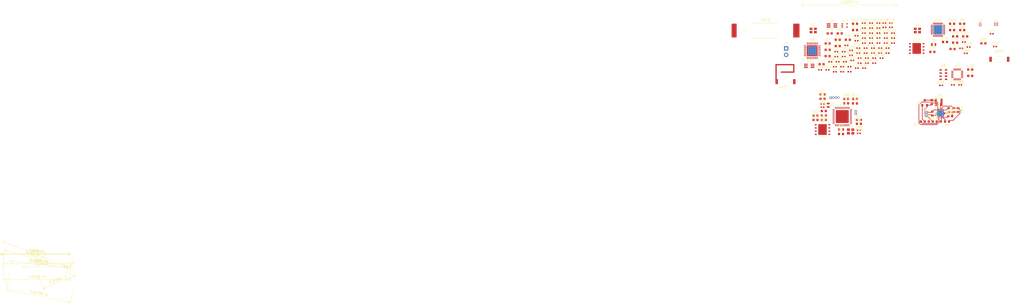
<source format=kicad_pcb>
(kicad_pcb (version 20171130) (host pcbnew "(5.1.2)-2")
  (layers (0 F.Cu signal) (31 B.Cu signal hide) (34 B.Paste user) (35 F.Paste user) (36 B.SilkS user hide) (37 F.SilkS user) (38 B.Mask user hide) (39 F.Mask user) (44 Edge.Cuts user hide))
  (net 0 "")
  (net 1 GND)
  (net 2 +1V8)
  (net 3 "Net-(C2-Pad1)")
  (net 4 /MCU/XIN32)
  (net 5 "Net-(C11-Pad1)")
  (net 6 "Net-(C12-Pad1)")
  (net 7 "Net-(C15-Pad1)")
  (net 8 "Net-(C16-Pad1)")
  (net 9 "Net-(C17-Pad1)")
  (net 10 "Net-(C18-Pad1)")
  (net 11 "Net-(C19-Pad1)")
  (net 12 "Net-(C20-Pad1)")
  (net 13 "Net-(C21-Pad1)")
  (net 14 "Net-(C22-Pad1)")
  (net 15 "Net-(C23-Pad1)")
  (net 16 "Net-(C24-Pad1)")
  (net 17 "Net-(C25-Pad1)")
  (net 18 "Net-(C26-Pad1)")
  (net 19 "Net-(C27-Pad1)")
  (net 20 "Net-(C28-Pad1)")
  (net 21 "Net-(C29-Pad1)")
  (net 22 "Net-(C30-Pad1)")
  (net 23 "Net-(C31-Pad1)")
  (net 24 "Net-(C32-Pad1)")
  (net 25 "Net-(C36-Pad1)")
  (net 26 "Net-(C37-Pad1)")
  (net 27 "Net-(C38-Pad1)")
  (net 28 "Net-(C42-Pad2)")
  (net 29 "Net-(C42-Pad1)")
  (net 30 "Net-(C43-Pad2)")
  (net 31 "Net-(C43-Pad1)")
  (net 32 "Net-(C45-Pad1)")
  (net 33 "Net-(C46-Pad1)")
  (net 34 "Net-(C47-Pad1)")
  (net 35 "Net-(C50-Pad2)")
  (net 36 "Net-(C50-Pad1)")
  (net 37 "Net-(C51-Pad2)")
  (net 38 "Net-(C51-Pad1)")
  (net 39 "Net-(C60-Pad2)")
  (net 40 "Net-(C62-Pad2)")
  (net 41 VMEM)
  (net 42 "Net-(C65-Pad2)")
  (net 43 "Net-(C66-Pad2)")
  (net 44 "Net-(C67-Pad2)")
  (net 45 "Net-(C67-Pad1)")
  (net 46 "Net-(C69-Pad2)")
  (net 47 "Net-(C71-Pad2)")
  (net 48 "Net-(C72-Pad2)")
  (net 49 "Net-(C79-Pad1)")
  (net 50 "Net-(C80-Pad1)")
  (net 51 "Net-(C82-Pad1)")
  (net 52 "Net-(C85-Pad2)")
  (net 53 /MCU/MCU_PA13)
  (net 54 /MCU/XIN)
  (net 55 /MCU/XOUT32)
  (net 56 /MCU/XOUT)
  (net 57 "Net-(C89-Pad1)")
  (net 58 "Net-(C90-Pad1)")
  (net 59 /MCU/SWDIO)
  (net 60 /MCU/SWCLK)
  (net 61 /MCU/USB_DP)
  (net 62 /MCU/USB_DM)
  (net 63 "Net-(L9-Pad1)")
  (net 64 "Net-(L20-Pad2)")
  (net 65 "Net-(L21-Pad1)")
  (net 66 "Net-(Q1-Pad1)")
  (net 67 "/Telemetry Radio/RFSW_RX")
  (net 68 "/Telemetry Radio/RFSW_TX")
  (net 69 "Net-(R6-Pad1)")
  (net 70 /MCU/MCU_PA02)
  (net 71 "Net-(R10-Pad1)")
  (net 72 /GPS/GPS_NSAFEBOOT)
  (net 73 /GPS/GPS_NRES)
  (net 74 "Net-(U1-Pad43)")
  (net 75 "Net-(U1-Pad39)")
  (net 76 "Net-(U1-Pad38)")
  (net 77 "Net-(U1-Pad37)")
  (net 78 /GPS/GPS_SCL)
  (net 79 /GPS/GPS_SDA)
  (net 80 "Net-(U1-Pad30)")
  (net 81 "Net-(U1-Pad29)")
  (net 82 /MCU/MCU_MISO1)
  (net 83 /MCU/MCU_NSEL1)
  (net 84 /MCU/MCU_SCLK1)
  (net 85 /MCU/MCU_MOSI1)
  (net 86 /MCU/MCU_MISO4)
  (net 87 /MCU/MCU_SCLK4)
  (net 88 /MCU/MCU_MOSI4)
  (net 89 /GPS/GPS_RXD)
  (net 90 /GPS/GPS_TXD)
  (net 91 /MCU/MCU_PA09)
  (net 92 /MCU/MCU_PA08)
  (net 93 /MCU/MCU_PA07)
  (net 94 /MCU/MCU_PA06)
  (net 95 /MCU/MCU_PA05)
  (net 96 /MCU/MCU_PA04)
  (net 97 /MCU/MCU_NSEL4)
  (net 98 /GPS/GPS_1PPS)
  (net 99 /MCU/MCU_PA03)
  (net 100 "Net-(U6-Pad6)")
  (net 101 "Net-(U6-Pad5)")
  (net 102 "Net-(U7-Pad12)")
  (net 103 "Net-(U7-Pad7)")
  (net 104 "Net-(U7-Pad6)")
  (net 105 "Net-(U8-Pad6)")
  (net 106 "Net-(L23-Pad2)")
  (net 107 "Net-(U14-Pad37)")
  (net 108 "Net-(U14-Pad33)")
  (net 109 "Net-(U14-Pad30)")
  (net 110 "Net-(U14-Pad29)")
  (net 111 "Net-(U14-Pad28)")
  (net 112 "Net-(U14-Pad27)")
  (net 113 "Net-(U14-Pad26)")
  (net 114 "Net-(U14-Pad25)")
  (net 115 "Net-(U14-Pad20)")
  (net 116 "Net-(U14-Pad16)")
  (net 117 "Net-(U14-Pad15)")
  (net 118 "Net-(U14-Pad14)")
  (net 119 "Net-(U14-Pad13)")
  (net 120 "Net-(U14-Pad12)")
  (net 121 "Net-(U14-Pad11)")
  (net 122 "Net-(U14-Pad10)")
  (net 123 "Net-(U14-Pad8)")
  (net 124 "Net-(U14-Pad4)")
  (net 125 "Net-(U14-Pad3)")
  (net 126 "Net-(X1-Pad1)")
  (net 127 "Net-(X2-Pad1)")
  (net 128 "Net-(U12-Pad6)")
  (net 129 "Net-(ANT1-Pad2)")
  (net 130 "Net-(ANT1-Pad1)")
  (net 131 "Net-(ANT2-Pad2)")
  (net 132 "Net-(ANT2-Pad1)")
  (net 133 "Net-(ANT3-Pad2)")
  (net 134 "Net-(ANT3-Pad1)")
  (module Connector_PinHeader_2.54mm:PinHeader_1x02_P2.54mm_Vertical (layer F.Cu) (at -796.036 -549.148)
    (fp_text reference J4 (at 0 -2.33) (layer F.SilkS))
    (fp_text value Conn_01x02)
    (pad 2 thru_hole oval (at 0 2.54) (size 1.7 1.7) (drill 1) (layers *.Cu *.Mask) (net 1 GND))
    (pad 1 thru_hole rect (at 0 0) (size 1.7 1.7) (drill 1) (layers *.Cu *.Mask) (net 32 "Net-(C45-Pad1)"))
  )
  (module ICSSPicoTracker2:Johanson434 (layer F.Cu) (at -804.35 -556.26)
    (fp_text reference ANT3 (at 0.15748 -4.21894) (layer F.SilkS))
    (fp_text value Johanson434)
    (pad 2 smd roundrect (at 12.375 0) (size 2.5 5.5) (layers F.Cu F.Paste F.Mask) (roundrect_rratio 0.083) (net 133 "Net-(ANT3-Pad2)"))
    (pad 1 smd roundrect (at -12.375 0) (size 2 5.5) (layers F.Cu F.Paste F.Mask) (roundrect_rratio 0.083) (net 134 "Net-(ANT3-Pad1)"))
  )
  (module ICSSPicoTracker2:Johanson868 (layer F.Cu) (at -796.29 -535.94 180)
    (fp_text reference ANT2 (at 0.81534 -2.23012) (layer F.SilkS))
    (fp_text value Johanson868)
    (fp_line (start -3.3 3.8) (end 1.7 3.8) (layer F.Cu) (width 0.5))
    (fp_line (start -3.3 6.75) (end -3.3 3.8) (layer F.Cu) (width 0.5))
    (fp_line (start 3.75 6.75) (end -3.3 6.75) (layer F.Cu) (width 0.5))
    (fp_line (start 3.75 0) (end 3.75 6.75) (layer F.Cu) (width 0.5))
    (pad 2 smd roundrect (at 3.5 0 180) (size 1 2) (layers F.Cu F.Paste F.Mask) (roundrect_rratio 0.083) (net 131 "Net-(ANT2-Pad2)"))
    (pad 1 smd roundrect (at -3.5 0 180) (size 1 2) (layers F.Cu F.Paste F.Mask) (roundrect_rratio 0.083) (net 132 "Net-(ANT2-Pad1)"))
  )
  (module ICSSPicoTracker2:Johanson1575 (layer F.Cu) (at -711.2 -544.83)
    (fp_text reference ANT1 (at 0 -3.18) (layer F.SilkS))
    (fp_text value Johanson1575)
    (pad 2 smd roundrect (at 3.5 0) (size 1 2) (layers F.Cu F.Paste F.Mask) (roundrect_rratio 0.083) (net 129 "Net-(ANT1-Pad2)"))
    (pad 1 smd roundrect (at -3.5 0) (size 1 2) (layers F.Cu F.Paste F.Mask) (roundrect_rratio 0.083) (net 130 "Net-(ANT1-Pad1)"))
  )
  (module "ICSSPicoTracker2:Murata SAFE" (layer F.Cu) (at -718.82 -558.8)
    (fp_text reference U13 (at 0.02794 -1.7526) (layer F.SilkS) (effects (font (size 0.5 0.5) (thickness 0.1))))
    (fp_text value SAFEB1G57KE0F00)
    (pad 5 smd rect (at 0.3875 0) (size 0.525 0.25) (layers F.Cu F.Paste F.Mask) (net 1 GND))
    (pad 4 smd rect (at 0.2875 0.5875) (size 0.325 0.425) (layers F.Cu F.Paste F.Mask) (net 44 "Net-(C67-Pad2)"))
    (pad 3 smd rect (at -0.2875 0.5875) (size 0.325 0.425) (layers F.Cu F.Paste F.Mask) (net 1 GND))
    (pad 2 smd rect (at -0.3875 0) (size 0.525 0.25) (layers F.Cu F.Paste F.Mask) (net 1 GND))
    (pad 1 smd rect (at 0 -0.5875 90) (size 0.425 0.325) (layers F.Cu F.Paste F.Mask) (net 128 "Net-(U12-Pad6)"))
  )
  (module ICSSPicoTracker2:uDFN-6_1.0x1.5mm_P0.5mm (layer F.Cu) (at -712.47 -558.8)
    (fp_text reference U12 (at 0 -1.5) (layer F.SilkS) (effects (font (size 0.5 0.5) (thickness 0.1))))
    (fp_text value MAX2659ELT+)
    (pad 6 smd rect (at 0.465 -0.5) (size 0.7 0.23) (layers F.Cu F.Paste F.Mask) (net 128 "Net-(U12-Pad6)"))
    (pad 5 smd rect (at 0.465 0) (size 0.7 0.23) (layers F.Cu F.Paste F.Mask) (net 69 "Net-(R6-Pad1)"))
    (pad 4 smd rect (at 0.465 0.5) (size 0.7 0.23) (layers F.Cu F.Paste F.Mask) (net 2 +1V8))
    (pad 3 smd rect (at -0.465 0.5) (size 0.7 0.23) (layers F.Cu F.Paste F.Mask) (net 65 "Net-(L21-Pad1)"))
    (pad 2 smd rect (at -0.465 0) (size 0.7 0.23) (layers F.Cu F.Paste F.Mask) (net 1 GND))
    (pad 1 smd rect (at -0.465 -0.5) (size 0.7 0.23) (layers F.Cu F.Paste F.Mask) (net 1 GND))
  )
  (module Package_SON:Texas_S-PVSON-N10_ThermalVias (layer F.Cu) (at -734.695 -523.24 270)
    (fp_text reference U9 (at 0 -2.8 90) (layer F.SilkS))
    (fp_text value TPS61200DRC)
    (pad 11 smd rect (at 0 0 270) (size 2.3 2.8) (layers B.Cu) (net 1 GND))
    (pad 11 thru_hole circle (at -0.5 0.75 270) (size 0.6 0.6) (drill 0.3) (layers *.Cu *.Mask) (net 1 GND))
    (pad 11 thru_hole circle (at -0.5 -0.75 270) (size 0.6 0.6) (drill 0.3) (layers *.Cu *.Mask) (net 1 GND))
    (pad 11 thru_hole circle (at 0.5 -0.75 270) (size 0.6 0.6) (drill 0.3) (layers *.Cu *.Mask) (net 1 GND))
    (pad 11 thru_hole circle (at 0 0 270) (size 0.6 0.6) (drill 0.3) (layers *.Cu *.Mask) (net 1 GND))
    (pad 11 thru_hole circle (at 0.5 0.75 270) (size 0.6 0.6) (drill 0.3) (layers *.Cu *.Mask) (net 1 GND))
    (pad 10 smd oval (at 1.475 -1 270) (size 0.85 0.28) (layers F.Cu F.Paste F.Mask) (net 71 "Net-(R10-Pad1)"))
    (pad 9 smd oval (at 1.475 -0.5 270) (size 0.85 0.28) (layers F.Cu F.Paste F.Mask) (net 1 GND))
    (pad 8 smd oval (at 1.475 0 270) (size 0.85 0.28) (layers F.Cu F.Paste F.Mask) (net 41 VMEM))
    (pad 7 smd rect (at 1.76 0.5 270) (size 0.28 0.28) (layers F.Cu F.Paste F.Mask) (net 41 VMEM))
    (pad 6 smd rect (at 1.76 1 270) (size 0.28 0.28) (layers F.Cu F.Paste F.Mask) (net 41 VMEM))
    (pad 5 smd oval (at -1.475 1 270) (size 0.85 0.28) (layers F.Cu F.Paste F.Mask) (net 41 VMEM))
    (pad 4 smd rect (at -1.76 0.5 270) (size 0.28 0.28) (layers F.Cu F.Paste F.Mask) (net 1 GND))
    (pad 3 smd oval (at -1.475 0 270) (size 0.85 0.28) (layers F.Cu F.Paste F.Mask) (net 106 "Net-(L23-Pad2)"))
    (pad 2 smd rect (at -1.76 -0.5 270) (size 0.28 0.28) (layers F.Cu F.Paste F.Mask) (net 2 +1V8))
    (pad 1 smd rect (at -1.76 -1 270) (size 0.28 0.28) (layers F.Cu F.Paste F.Mask) (net 51 "Net-(C82-Pad1)"))
    (pad 11 smd rect (at 0 0 270) (size 1.65 2.4) (layers F.Cu F.Mask) (net 1 GND))
    (pad 11 smd rect (at 0.45 0.635 270) (size 0.68 1.05) (layers F.Cu F.Paste F.Mask) (net 1 GND))
    (pad 11 smd rect (at -0.45 0.635 270) (size 0.68 1.05) (layers F.Cu F.Paste F.Mask) (net 1 GND))
    (pad 11 smd rect (at 0.45 -0.635 270) (size 0.68 1.05) (layers F.Cu F.Paste F.Mask) (net 1 GND))
    (pad 11 smd rect (at 0.25 1.63 270) (size 0.26 0.5) (layers F.Cu F.Paste F.Mask) (net 1 GND))
    (pad 11 smd rect (at -0.25 1.63 270) (size 0.26 0.5) (layers F.Cu F.Paste F.Mask) (net 1 GND))
    (pad 11 smd rect (at 0.25 -1.63 270) (size 0.26 0.5) (layers F.Cu F.Paste F.Mask) (net 1 GND))
    (pad 11 smd rect (at 0.25 1.55 270) (size 0.28 0.7) (layers F.Cu F.Mask) (net 1 GND))
    (pad 11 smd rect (at -0.25 1.55 270) (size 0.28 0.7) (layers F.Cu F.Mask) (net 1 GND))
    (pad 11 smd rect (at 0.25 -1.55 270) (size 0.28 0.7) (layers F.Cu F.Mask) (net 1 GND))
    (pad 11 smd rect (at -0.25 -1.63 270) (size 0.26 0.5) (layers F.Cu F.Paste F.Mask) (net 1 GND))
    (pad 11 smd rect (at -0.25 -1.55 270) (size 0.28 0.7) (layers F.Cu F.Mask) (net 1 GND))
    (pad 11 smd rect (at -0.45 -0.635 270) (size 0.68 1.05) (layers F.Cu F.Paste F.Mask) (net 1 GND))
    (pad 10 smd rect (at 1.76 -1 270) (size 0.28 0.28) (layers F.Cu F.Paste F.Mask) (net 71 "Net-(R10-Pad1)"))
    (pad 9 smd rect (at 1.76 -0.5 270) (size 0.28 0.28) (layers F.Cu F.Paste F.Mask) (net 1 GND))
    (pad 8 smd rect (at 1.76 0 270) (size 0.28 0.28) (layers F.Cu F.Paste F.Mask) (net 41 VMEM))
    (pad 7 smd oval (at 1.475 0.5 270) (size 0.85 0.28) (layers F.Cu F.Paste F.Mask) (net 41 VMEM))
    (pad 6 smd oval (at 1.475 1 270) (size 0.85 0.28) (layers F.Cu F.Paste F.Mask) (net 41 VMEM))
    (pad 5 smd rect (at -1.76 1 270) (size 0.28 0.28) (layers F.Cu F.Paste F.Mask) (net 41 VMEM))
    (pad 4 smd oval (at -1.475 0.5 270) (size 0.85 0.28) (layers F.Cu F.Paste F.Mask) (net 1 GND))
    (pad 3 smd rect (at -1.76 0 270) (size 0.28 0.28) (layers F.Cu F.Paste F.Mask) (net 106 "Net-(L23-Pad2)"))
    (pad 2 smd oval (at -1.475 -0.5 270) (size 0.85 0.28) (layers F.Cu F.Paste F.Mask) (net 2 +1V8))
    (pad 1 smd oval (at -1.475 -1 270) (size 0.85 0.28) (layers F.Cu F.Paste F.Mask) (net 51 "Net-(C82-Pad1)"))
  )
  (module Capacitor_SMD:C_0603_1608Metric (layer F.Cu) (at -731.393 -524.637 270)
    (fp_text reference C82 (at 0 -1.43 90) (layer F.SilkS))
    (fp_text value 100nF)
    (pad 2 smd roundrect (at 0.7875 0 270) (size 0.875 0.95) (layers F.Cu F.Paste F.Mask) (net 1 GND))
    (pad 1 smd roundrect (at -0.7875 0 270) (size 0.875 0.95) (layers F.Cu F.Paste F.Mask) (net 51 "Net-(C82-Pad1)"))
  )
  (module Crystal:Crystal_SMD_2520-4Pin_2.5x2.0mm (layer F.Cu) (at -770.382 -516.128)
    (fp_text reference Y3 (at 0 -2.2) (layer F.SilkS))
    (fp_text value 16MHz)
    (pad 4 smd rect (at -0.875 -0.7) (size 1.15 1) (layers F.Cu F.Paste F.Mask))
    (pad 3 smd rect (at 0.875 -0.7) (size 1.15 1) (layers F.Cu F.Paste F.Mask))
    (pad 2 smd rect (at 0.875 0.7) (size 1.15 1) (layers F.Cu F.Paste F.Mask) (net 56 /MCU/XOUT))
    (pad 1 smd rect (at -0.875 0.7) (size 1.15 1) (layers F.Cu F.Paste F.Mask) (net 54 /MCU/XIN))
  )
  (module Crystal:Crystal_SMD_2012-2Pin_2.0x1.2mm (layer F.Cu) (at -779.272 -526.542 270)
    (fp_text reference Y2 (at 0 -1.8 90) (layer F.SilkS))
    (fp_text value 32.768KHz)
    (pad 2 smd rect (at 0.7 0 270) (size 0.6 1.1) (layers F.Cu F.Paste F.Mask) (net 55 /MCU/XOUT32))
    (pad 1 smd rect (at -0.7 0 270) (size 0.6 1.1) (layers F.Cu F.Paste F.Mask) (net 4 /MCU/XIN32))
  )
  (module Crystal:Crystal_SMD_2012-2Pin_2.0x1.2mm (layer F.Cu) (at -737.34 -550.7)
    (fp_text reference Y1 (at 0 -1.8) (layer F.SilkS))
    (fp_text value 32.768KHz)
    (pad 2 smd rect (at 0.7 0) (size 0.6 1.1) (layers F.Cu F.Paste F.Mask) (net 120 "Net-(U14-Pad12)"))
    (pad 1 smd rect (at -0.7 0) (size 0.6 1.1) (layers F.Cu F.Paste F.Mask) (net 121 "Net-(U14-Pad11)"))
  )
  (module Oscillator:Oscillator_SMD_SeikoEpson_SG210-4Pin_2.5x2.0mm (layer F.Cu) (at -785.25 -556.3)
    (fp_text reference X2 (at 0 -2.2) (layer F.SilkS))
    (fp_text value IQXO-70)
    (pad 4 smd rect (at -0.85 -0.65) (size 1.1 0.9) (layers F.Cu F.Paste F.Mask) (net 2 +1V8))
    (pad 3 smd rect (at 0.85 -0.65) (size 1.1 0.9) (layers F.Cu F.Paste F.Mask) (net 101 "Net-(U6-Pad5)"))
    (pad 2 smd rect (at 0.85 0.65) (size 1.1 0.9) (layers F.Cu F.Paste F.Mask) (net 1 GND))
    (pad 1 smd rect (at -0.85 0.65) (size 1.1 0.9) (layers F.Cu F.Paste F.Mask) (net 127 "Net-(X2-Pad1)"))
  )
  (module Oscillator:Oscillator_SMD_SeikoEpson_SG210-4Pin_2.5x2.0mm (layer F.Cu) (at -743.79 -556.3)
    (fp_text reference X1 (at 0 -2.2) (layer F.SilkS))
    (fp_text value 26.00MHz)
    (pad 4 smd rect (at -0.85 -0.65) (size 1.1 0.9) (layers F.Cu F.Paste F.Mask) (net 47 "Net-(C71-Pad2)"))
    (pad 3 smd rect (at 0.85 -0.65) (size 1.1 0.9) (layers F.Cu F.Paste F.Mask) (net 125 "Net-(U14-Pad3)"))
    (pad 2 smd rect (at 0.85 0.65) (size 1.1 0.9) (layers F.Cu F.Paste F.Mask) (net 1 GND))
    (pad 1 smd rect (at -0.85 0.65) (size 1.1 0.9) (layers F.Cu F.Paste F.Mask) (net 126 "Net-(X1-Pad1)"))
  )
  (module Connector_PinHeader_1.00mm:PinHeader_1x04_P1.00mm_Vertical (layer F.Cu) (at -778.24 -529.59 90)
    (fp_text reference J1 (at 0 -1.56 90) (layer F.SilkS))
    (fp_text value Conn_01x04)
    (pad 4 thru_hole oval (at 0 3 90) (size 0.85 0.85) (drill 0.5) (layers *.Cu *.Mask) (net 1 GND))
    (pad 3 thru_hole oval (at 0 2 90) (size 0.85 0.85) (drill 0.5) (layers *.Cu *.Mask) (net 2 +1V8))
    (pad 2 thru_hole oval (at 0 1 90) (size 0.85 0.85) (drill 0.5) (layers *.Cu *.Mask) (net 59 /MCU/SWDIO))
    (pad 1 thru_hole rect (at 0 0 90) (size 0.85 0.85) (drill 0.5) (layers *.Cu *.Mask) (net 60 /MCU/SWCLK))
  )
  (module Package_SON:WSON-8-1EP_6x5mm_P1.27mm_EP3.4x4.3mm (layer F.Cu) (at -744.09 -549.15)
    (fp_text reference U15 (at 0 -3.45) (layer F.SilkS))
    (fp_text value W25Q16DW)
    (pad 8 smd roundrect (at 2.7 -1.905) (size 0.75 0.5) (layers F.Cu F.Paste F.Mask) (net 2 +1V8))
    (pad 7 smd roundrect (at 2.7 -0.635) (size 0.75 0.5) (layers F.Cu F.Paste F.Mask) (net 109 "Net-(U14-Pad30)"))
    (pad 6 smd roundrect (at 2.7 0.635) (size 0.75 0.5) (layers F.Cu F.Paste F.Mask) (net 113 "Net-(U14-Pad26)"))
    (pad 5 smd roundrect (at 2.7 1.905) (size 0.75 0.5) (layers F.Cu F.Paste F.Mask) (net 114 "Net-(U14-Pad25)"))
    (pad 4 smd roundrect (at -2.7 1.905) (size 0.75 0.5) (layers F.Cu F.Paste F.Mask) (net 1 GND))
    (pad 3 smd roundrect (at -2.7 0.635) (size 0.75 0.5) (layers F.Cu F.Paste F.Mask) (net 112 "Net-(U14-Pad27)"))
    (pad 2 smd roundrect (at -2.7 -0.635) (size 0.75 0.5) (layers F.Cu F.Paste F.Mask) (net 111 "Net-(U14-Pad28)"))
    (pad 1 smd roundrect (at -2.7 -1.905) (size 0.75 0.5) (layers F.Cu F.Paste F.Mask) (net 110 "Net-(U14-Pad29)"))
    (pad 9 smd roundrect (at 0 0) (size 3.4 4.3) (layers F.Cu F.Mask) (roundrect_rratio 0.073529))
  )
  (module Package_SON:WSON-8-1EP_6x5mm_P1.27mm_EP3.4x4.3mm (layer F.Cu) (at -781.558 -516.89)
    (fp_text reference U2 (at 0 -3.45) (layer F.SilkS))
    (fp_text value W25Q16DW)
    (pad 8 smd roundrect (at 2.7 -1.905) (size 0.75 0.5) (layers F.Cu F.Paste F.Mask) (net 2 +1V8))
    (pad 7 smd roundrect (at 2.7 -0.635) (size 0.75 0.5) (layers F.Cu F.Paste F.Mask) (net 2 +1V8))
    (pad 6 smd roundrect (at 2.7 0.635) (size 0.75 0.5) (layers F.Cu F.Paste F.Mask) (net 87 /MCU/MCU_SCLK4))
    (pad 5 smd roundrect (at 2.7 1.905) (size 0.75 0.5) (layers F.Cu F.Paste F.Mask) (net 88 /MCU/MCU_MOSI4))
    (pad 4 smd roundrect (at -2.7 1.905) (size 0.75 0.5) (layers F.Cu F.Paste F.Mask) (net 1 GND))
    (pad 3 smd roundrect (at -2.7 0.635) (size 0.75 0.5) (layers F.Cu F.Paste F.Mask) (net 2 +1V8))
    (pad 2 smd roundrect (at -2.7 -0.635) (size 0.75 0.5) (layers F.Cu F.Paste F.Mask) (net 86 /MCU/MCU_MISO4))
    (pad 1 smd roundrect (at -2.7 -1.905) (size 0.75 0.5) (layers F.Cu F.Paste F.Mask) (net 97 /MCU/MCU_NSEL4))
    (pad 9 smd roundrect (at 0 0) (size 3.4 4.3) (layers F.Cu F.Mask) (roundrect_rratio 0.073529))
  )
  (module Connector_PinHeader_1.00mm:PinHeader_1x02_P1.00mm_Vertical (layer F.Cu) (at -740.156 -523.748)
    (fp_text reference J3 (at 0 -1.56) (layer F.SilkS))
    (fp_text value Conn_01x02)
    (pad 2 thru_hole oval (at 0 1) (size 0.85 0.85) (drill 0.5) (layers *.Cu *.Mask) (net 1 GND))
    (pad 1 thru_hole rect (at 0 0) (size 0.85 0.85) (drill 0.5) (layers *.Cu *.Mask) (net 41 VMEM))
  )
  (module Connector_PinHeader_1.00mm:PinHeader_1x02_P1.00mm_Vertical (layer F.Cu) (at -768.35 -523.24 180)
    (fp_text reference J2 (at 0 -1.56) (layer F.SilkS))
    (fp_text value Conn_01x02)
    (pad 2 thru_hole oval (at 0 1 180) (size 0.85 0.85) (drill 0.5) (layers *.Cu *.Mask) (net 61 /MCU/USB_DP))
    (pad 1 thru_hole rect (at 0 0 180) (size 0.85 0.85) (drill 0.5) (layers *.Cu *.Mask) (net 62 /MCU/USB_DM))
  )
  (module Inductor_SMD:L_Taiyo-Yuden_NR-30xx (layer F.Cu) (at -735.33 -527.685)
    (fp_text reference L23 (at 0 -2.5) (layer F.SilkS))
    (fp_text value 2.2uH)
    (pad 2 smd rect (at 1.1 0) (size 0.8 2.9) (layers F.Cu F.Paste F.Mask) (net 106 "Net-(L23-Pad2)"))
    (pad 1 smd rect (at -1.1 0) (size 0.8 2.9) (layers F.Cu F.Paste F.Mask) (net 41 VMEM))
  )
  (module Package_DFN_QFN:QFN-40-1EP_5x5mm_P0.4mm_EP3.6x3.6mm_ThermalVias (layer F.Cu) (at -735.64 -556.6)
    (fp_text reference U14 (at 0 -3.8) (layer F.SilkS))
    (fp_text value M8030KT)
    (pad 40 smd roundrect (at -1.8 -2.4375) (size 0.25 0.825) (layers F.Cu F.Paste F.Mask) (net 64 "Net-(L20-Pad2)"))
    (pad 39 smd roundrect (at -1.4 -2.4375) (size 0.25 0.825) (layers F.Cu F.Paste F.Mask) (net 42 "Net-(C65-Pad2)"))
    (pad 38 smd roundrect (at -1 -2.4375) (size 0.25 0.825) (layers F.Cu F.Paste F.Mask) (net 40 "Net-(C62-Pad2)"))
    (pad 37 smd roundrect (at -0.6 -2.4375) (size 0.25 0.825) (layers F.Cu F.Paste F.Mask) (net 107 "Net-(U14-Pad37)"))
    (pad 36 smd roundrect (at -0.2 -2.4375) (size 0.25 0.825) (layers F.Cu F.Paste F.Mask))
    (pad 35 smd roundrect (at 0.2 -2.4375) (size 0.25 0.825) (layers F.Cu F.Paste F.Mask) (net 98 /GPS/GPS_1PPS))
    (pad 34 smd roundrect (at 0.6 -2.4375) (size 0.25 0.825) (layers F.Cu F.Paste F.Mask) (net 72 /GPS/GPS_NSAFEBOOT))
    (pad 33 smd roundrect (at 1 -2.4375) (size 0.25 0.825) (layers F.Cu F.Paste F.Mask) (net 108 "Net-(U14-Pad33)"))
    (pad 32 smd roundrect (at 1.4 -2.4375) (size 0.25 0.825) (layers F.Cu F.Paste F.Mask) (net 79 /GPS/GPS_SDA))
    (pad 31 smd roundrect (at 1.8 -2.4375) (size 0.25 0.825) (layers F.Cu F.Paste F.Mask) (net 78 /GPS/GPS_SCL))
    (pad 30 smd roundrect (at 2.4375 -1.8) (size 0.825 0.25) (layers F.Cu F.Paste F.Mask) (net 109 "Net-(U14-Pad30)"))
    (pad 29 smd roundrect (at 2.4375 -1.4) (size 0.825 0.25) (layers F.Cu F.Paste F.Mask) (net 110 "Net-(U14-Pad29)"))
    (pad 28 smd roundrect (at 2.4375 -1) (size 0.825 0.25) (layers F.Cu F.Paste F.Mask) (net 111 "Net-(U14-Pad28)"))
    (pad 27 smd roundrect (at 2.4375 -0.6) (size 0.825 0.25) (layers F.Cu F.Paste F.Mask) (net 112 "Net-(U14-Pad27)"))
    (pad 26 smd roundrect (at 2.4375 -0.2) (size 0.825 0.25) (layers F.Cu F.Paste F.Mask) (net 113 "Net-(U14-Pad26)"))
    (pad 25 smd roundrect (at 2.4375 0.2) (size 0.825 0.25) (layers F.Cu F.Paste F.Mask) (net 114 "Net-(U14-Pad25)"))
    (pad 24 smd roundrect (at 2.4375 0.6) (size 0.825 0.25) (layers F.Cu F.Paste F.Mask) (net 46 "Net-(C69-Pad2)"))
    (pad 23 smd roundrect (at 2.4375 1) (size 0.825 0.25) (layers F.Cu F.Paste F.Mask) (net 2 +1V8))
    (pad 22 smd roundrect (at 2.4375 1.4) (size 0.825 0.25) (layers F.Cu F.Paste F.Mask) (net 2 +1V8))
    (pad 21 smd roundrect (at 2.4375 1.8) (size 0.825 0.25) (layers F.Cu F.Paste F.Mask) (net 2 +1V8))
    (pad 20 smd roundrect (at 1.8 2.4375) (size 0.25 0.825) (layers F.Cu F.Paste F.Mask) (net 115 "Net-(U14-Pad20)"))
    (pad 19 smd roundrect (at 1.4 2.4375) (size 0.25 0.825) (layers F.Cu F.Paste F.Mask) (net 89 /GPS/GPS_RXD))
    (pad 18 smd roundrect (at 1 2.4375) (size 0.25 0.825) (layers F.Cu F.Paste F.Mask) (net 90 /GPS/GPS_TXD))
    (pad 17 smd roundrect (at 0.6 2.4375) (size 0.25 0.825) (layers F.Cu F.Paste F.Mask) (net 73 /GPS/GPS_NRES))
    (pad 16 smd roundrect (at 0.2 2.4375) (size 0.25 0.825) (layers F.Cu F.Paste F.Mask) (net 116 "Net-(U14-Pad16)"))
    (pad 15 smd roundrect (at -0.2 2.4375) (size 0.25 0.825) (layers F.Cu F.Paste F.Mask) (net 117 "Net-(U14-Pad15)"))
    (pad 14 smd roundrect (at -0.6 2.4375) (size 0.25 0.825) (layers F.Cu F.Paste F.Mask) (net 118 "Net-(U14-Pad14)"))
    (pad 13 smd roundrect (at -1 2.4375) (size 0.25 0.825) (layers F.Cu F.Paste F.Mask) (net 119 "Net-(U14-Pad13)"))
    (pad 12 smd roundrect (at -1.4 2.4375) (size 0.25 0.825) (layers F.Cu F.Paste F.Mask) (net 120 "Net-(U14-Pad12)"))
    (pad 11 smd roundrect (at -1.8 2.4375) (size 0.25 0.825) (layers F.Cu F.Paste F.Mask) (net 121 "Net-(U14-Pad11)"))
    (pad 10 smd roundrect (at -2.4375 1.8) (size 0.825 0.25) (layers F.Cu F.Paste F.Mask) (net 122 "Net-(U14-Pad10)"))
    (pad 9 smd roundrect (at -2.4375 1.4) (size 0.825 0.25) (layers F.Cu F.Paste F.Mask) (net 1 GND))
    (pad 8 smd roundrect (at -2.4375 1) (size 0.825 0.25) (layers F.Cu F.Paste F.Mask) (net 123 "Net-(U14-Pad8)"))
    (pad 7 smd roundrect (at -2.4375 0.6) (size 0.825 0.25) (layers F.Cu F.Paste F.Mask) (net 2 +1V8))
    (pad 6 smd roundrect (at -2.4375 0.2) (size 0.825 0.25) (layers F.Cu F.Paste F.Mask) (net 41 VMEM))
    (pad 5 smd roundrect (at -2.4375 -0.2) (size 0.825 0.25) (layers F.Cu F.Paste F.Mask) (net 43 "Net-(C66-Pad2)"))
    (pad 4 smd roundrect (at -2.4375 -0.6) (size 0.825 0.25) (layers F.Cu F.Paste F.Mask) (net 124 "Net-(U14-Pad4)"))
    (pad 3 smd roundrect (at -2.4375 -1) (size 0.825 0.25) (layers F.Cu F.Paste F.Mask) (net 125 "Net-(U14-Pad3)"))
    (pad 2 smd roundrect (at -2.4375 -1.4) (size 0.825 0.25) (layers F.Cu F.Paste F.Mask) (net 47 "Net-(C71-Pad2)"))
    (pad 1 smd roundrect (at -2.4375 -1.8) (size 0.825 0.25) (layers F.Cu F.Paste F.Mask) (net 42 "Net-(C65-Pad2)"))
    (pad 41 smd roundrect (at 0 0) (size 3.6 3.6) (layers B.Cu) (roundrect_rratio 0.06944400000000001) (net 1 GND))
    (pad 41 thru_hole circle (at 1.55 1.55) (size 0.5 0.5) (drill 0.2) (layers *.Cu) (net 1 GND))
    (pad 41 thru_hole circle (at 0.516667 1.55) (size 0.5 0.5) (drill 0.2) (layers *.Cu) (net 1 GND))
    (pad 41 thru_hole circle (at -0.516667 1.55) (size 0.5 0.5) (drill 0.2) (layers *.Cu) (net 1 GND))
    (pad 41 thru_hole circle (at -1.55 1.55) (size 0.5 0.5) (drill 0.2) (layers *.Cu) (net 1 GND))
    (pad 41 thru_hole circle (at 1.55 0.516667) (size 0.5 0.5) (drill 0.2) (layers *.Cu) (net 1 GND))
    (pad 41 thru_hole circle (at 0.516667 0.516667) (size 0.5 0.5) (drill 0.2) (layers *.Cu) (net 1 GND))
    (pad 41 thru_hole circle (at -0.516667 0.516667) (size 0.5 0.5) (drill 0.2) (layers *.Cu) (net 1 GND))
    (pad 41 thru_hole circle (at -1.55 0.516667) (size 0.5 0.5) (drill 0.2) (layers *.Cu) (net 1 GND))
    (pad 41 thru_hole circle (at 1.55 -0.516667) (size 0.5 0.5) (drill 0.2) (layers *.Cu) (net 1 GND))
    (pad 41 thru_hole circle (at 0.516667 -0.516667) (size 0.5 0.5) (drill 0.2) (layers *.Cu) (net 1 GND))
    (pad 41 thru_hole circle (at -0.516667 -0.516667) (size 0.5 0.5) (drill 0.2) (layers *.Cu) (net 1 GND))
    (pad 41 thru_hole circle (at -1.55 -0.516667) (size 0.5 0.5) (drill 0.2) (layers *.Cu) (net 1 GND))
    (pad 41 thru_hole circle (at 1.55 -1.55) (size 0.5 0.5) (drill 0.2) (layers *.Cu) (net 1 GND))
    (pad 41 thru_hole circle (at 0.516667 -1.55) (size 0.5 0.5) (drill 0.2) (layers *.Cu) (net 1 GND))
    (pad 41 thru_hole circle (at -0.516667 -1.55) (size 0.5 0.5) (drill 0.2) (layers *.Cu) (net 1 GND))
    (pad 41 thru_hole circle (at -1.55 -1.55) (size 0.5 0.5) (drill 0.2) (layers *.Cu) (net 1 GND))
    (pad 41 smd roundrect (at 0 0) (size 3.6 3.6) (layers F.Cu F.Mask) (roundrect_rratio 0.06944400000000001) (net 1 GND))
  )
  (module Package_TO_SOT_SMD:SOT-353_SC-70-5 (layer F.Cu) (at -772.75 -558.3)
    (fp_text reference U11 (at 0 -2) (layer F.SilkS))
    (fp_text value 74LVC1G04)
    (pad 5 smd rect (at 0.95 -0.65) (size 0.65 0.4) (layers F.Cu F.Paste F.Mask) (net 2 +1V8))
    (pad 4 smd rect (at 0.95 0.65) (size 0.65 0.4) (layers F.Cu F.Paste F.Mask) (net 67 "/Telemetry Radio/RFSW_RX"))
    (pad 2 smd rect (at -0.95 0) (size 0.65 0.4) (layers F.Cu F.Paste F.Mask) (net 68 "/Telemetry Radio/RFSW_TX"))
    (pad 3 smd rect (at -0.95 0.65) (size 0.65 0.4) (layers F.Cu F.Paste F.Mask) (net 1 GND))
    (pad 1 smd rect (at -0.95 -0.65) (size 0.65 0.4) (layers F.Cu F.Paste F.Mask))
  )
  (module Package_LGA:LGA-8_3x5mm_P1.25mm (layer F.Cu) (at -733.48 -538.73)
    (fp_text reference U8 (at 0 -3.65) (layer F.SilkS))
    (fp_text value MS5607-02BA)
    (pad 5 smd rect (at 1.075 1.875) (size 0.95 0.55) (layers F.Cu F.Paste F.Mask) (net 1 GND))
    (pad 6 smd rect (at 1.075 0.625) (size 0.95 0.55) (layers F.Cu F.Paste F.Mask) (net 105 "Net-(U8-Pad6)"))
    (pad 7 smd rect (at 1.075 -0.625) (size 0.95 0.55) (layers F.Cu F.Paste F.Mask) (net 79 /GPS/GPS_SDA))
    (pad 8 smd rect (at 1.075 -1.875) (size 0.95 0.55) (layers F.Cu F.Paste F.Mask) (net 78 /GPS/GPS_SCL))
    (pad 3 smd rect (at -1.075 0.625) (size 0.95 0.55) (layers F.Cu F.Paste F.Mask) (net 1 GND))
    (pad 2 smd rect (at -1.075 -0.625) (size 0.95 0.55) (layers F.Cu F.Paste F.Mask) (net 2 +1V8))
    (pad 1 smd rect (at -1.075 -1.875) (size 0.95 0.55) (layers F.Cu F.Paste F.Mask) (net 2 +1V8))
    (pad 4 smd rect (at -1.075 1.875) (size 0.95 0.55) (layers F.Cu F.Paste F.Mask) (net 1 GND))
  )
  (module Sensor_Motion:InvenSense_QFN-24_4x4mm_P0.5mm (layer F.Cu) (at -727.98 -538.83)
    (fp_text reference U7 (at 0 -3.375) (layer F.SilkS))
    (fp_text value MPU-9150)
    (pad 24 smd roundrect (at -1.25 -1.95 90) (size 0.85 0.3) (layers F.Cu F.Paste F.Mask) (net 79 /GPS/GPS_SDA))
    (pad 23 smd roundrect (at -0.75 -1.95 90) (size 0.85 0.3) (layers F.Cu F.Paste F.Mask) (net 78 /GPS/GPS_SCL))
    (pad 22 smd roundrect (at -0.25 -1.95 90) (size 0.85 0.3) (layers F.Cu F.Paste F.Mask))
    (pad 21 smd roundrect (at 0.25 -1.95 90) (size 0.85 0.3) (layers F.Cu F.Paste F.Mask))
    (pad 20 smd roundrect (at 0.75 -1.95 90) (size 0.85 0.3) (layers F.Cu F.Paste F.Mask) (net 50 "Net-(C80-Pad1)"))
    (pad 19 smd roundrect (at 1.25 -1.95 90) (size 0.85 0.3) (layers F.Cu F.Paste F.Mask))
    (pad 18 smd roundrect (at 1.95 -1.25) (size 0.85 0.3) (layers F.Cu F.Paste F.Mask) (net 1 GND))
    (pad 17 smd roundrect (at 1.95 -0.75) (size 0.85 0.3) (layers F.Cu F.Paste F.Mask) (net 1 GND))
    (pad 16 smd roundrect (at 1.95 -0.25) (size 0.85 0.3) (layers F.Cu F.Paste F.Mask))
    (pad 15 smd roundrect (at 1.95 0.25) (size 0.85 0.3) (layers F.Cu F.Paste F.Mask) (net 1 GND))
    (pad 14 smd roundrect (at 1.95 0.75) (size 0.85 0.3) (layers F.Cu F.Paste F.Mask))
    (pad 13 smd roundrect (at 1.95 1.25) (size 0.85 0.3) (layers F.Cu F.Paste F.Mask) (net 2 +1V8))
    (pad 12 smd roundrect (at 1.25 1.95 90) (size 0.85 0.3) (layers F.Cu F.Paste F.Mask) (net 102 "Net-(U7-Pad12)"))
    (pad 11 smd roundrect (at 0.75 1.95 90) (size 0.85 0.3) (layers F.Cu F.Paste F.Mask) (net 1 GND))
    (pad 10 smd roundrect (at 0.25 1.95 90) (size 0.85 0.3) (layers F.Cu F.Paste F.Mask) (net 49 "Net-(C79-Pad1)"))
    (pad 9 smd roundrect (at -0.25 1.95 90) (size 0.85 0.3) (layers F.Cu F.Paste F.Mask) (net 1 GND))
    (pad 8 smd roundrect (at -0.75 1.95 90) (size 0.85 0.3) (layers F.Cu F.Paste F.Mask) (net 2 +1V8))
    (pad 7 smd roundrect (at -1.25 1.95 90) (size 0.85 0.3) (layers F.Cu F.Paste F.Mask) (net 103 "Net-(U7-Pad7)"))
    (pad 6 smd roundrect (at -1.95 1.25) (size 0.85 0.3) (layers F.Cu F.Paste F.Mask) (net 104 "Net-(U7-Pad6)"))
    (pad 5 smd roundrect (at -1.95 0.75) (size 0.85 0.3) (layers F.Cu F.Paste F.Mask))
    (pad 4 smd roundrect (at -1.95 0.25) (size 0.85 0.3) (layers F.Cu F.Paste F.Mask))
    (pad 3 smd roundrect (at -1.95 -0.25) (size 0.85 0.3) (layers F.Cu F.Paste F.Mask) (net 2 +1V8))
    (pad 2 smd roundrect (at -1.95 -0.75) (size 0.85 0.3) (layers F.Cu F.Paste F.Mask))
    (pad 1 smd roundrect (at -1.95 -1.25) (size 0.85 0.3) (layers F.Cu F.Paste F.Mask) (net 1 GND))
  )
  (module Package_DFN_QFN:QFN-28-1EP_6x6mm_P0.65mm_EP4.25x4.25mm_ThermalVias (layer F.Cu) (at -785.65 -548.25)
    (fp_text reference U6 (at 0 -4.3) (layer F.SilkS))
    (fp_text value SX1276)
    (pad 28 smd roundrect (at -1.95 -2.8375) (size 0.3 1.025) (layers F.Cu F.Paste F.Mask) (net 8 "Net-(C16-Pad1)"))
    (pad 27 smd roundrect (at -1.3 -2.8375) (size 0.3 1.025) (layers F.Cu F.Paste F.Mask) (net 63 "Net-(L9-Pad1)"))
    (pad 26 smd roundrect (at -0.65 -2.8375) (size 0.3 1.025) (layers F.Cu F.Paste F.Mask) (net 1 GND))
    (pad 25 smd roundrect (at 0 -2.8375) (size 0.3 1.025) (layers F.Cu F.Paste F.Mask) (net 7 "Net-(C15-Pad1)"))
    (pad 24 smd roundrect (at 0.65 -2.8375) (size 0.3 1.025) (layers F.Cu F.Paste F.Mask) (net 2 +1V8))
    (pad 23 smd roundrect (at 1.3 -2.8375) (size 0.3 1.025) (layers F.Cu F.Paste F.Mask) (net 1 GND))
    (pad 22 smd roundrect (at 1.95 -2.8375) (size 0.3 1.025) (layers F.Cu F.Paste F.Mask) (net 9 "Net-(C17-Pad1)"))
    (pad 21 smd roundrect (at 2.8375 -1.95) (size 1.025 0.3) (layers F.Cu F.Paste F.Mask) (net 14 "Net-(C22-Pad1)"))
    (pad 20 smd roundrect (at 2.8375 -1.3) (size 1.025 0.3) (layers F.Cu F.Paste F.Mask) (net 68 "/Telemetry Radio/RFSW_TX"))
    (pad 19 smd roundrect (at 2.8375 -0.65) (size 1.025 0.3) (layers F.Cu F.Paste F.Mask) (net 83 /MCU/MCU_NSEL1))
    (pad 18 smd roundrect (at 2.8375 0) (size 1.025 0.3) (layers F.Cu F.Paste F.Mask) (net 85 /MCU/MCU_MOSI1))
    (pad 17 smd roundrect (at 2.8375 0.65) (size 1.025 0.3) (layers F.Cu F.Paste F.Mask) (net 82 /MCU/MCU_MISO1))
    (pad 16 smd roundrect (at 2.8375 1.3) (size 1.025 0.3) (layers F.Cu F.Paste F.Mask) (net 84 /MCU/MCU_SCLK1))
    (pad 15 smd roundrect (at 2.8375 1.95) (size 1.025 0.3) (layers F.Cu F.Paste F.Mask) (net 1 GND))
    (pad 14 smd roundrect (at 1.95 2.8375) (size 0.3 1.025) (layers F.Cu F.Paste F.Mask) (net 2 +1V8))
    (pad 13 smd roundrect (at 1.3 2.8375) (size 0.3 1.025) (layers F.Cu F.Paste F.Mask) (net 99 /MCU/MCU_PA03))
    (pad 12 smd roundrect (at 0.65 2.8375) (size 0.3 1.025) (layers F.Cu F.Paste F.Mask) (net 96 /MCU/MCU_PA04))
    (pad 11 smd roundrect (at 0 2.8375) (size 0.3 1.025) (layers F.Cu F.Paste F.Mask) (net 95 /MCU/MCU_PA05))
    (pad 10 smd roundrect (at -0.65 2.8375) (size 0.3 1.025) (layers F.Cu F.Paste F.Mask) (net 94 /MCU/MCU_PA06))
    (pad 9 smd roundrect (at -1.3 2.8375) (size 0.3 1.025) (layers F.Cu F.Paste F.Mask) (net 93 /MCU/MCU_PA07))
    (pad 8 smd roundrect (at -1.95 2.8375) (size 0.3 1.025) (layers F.Cu F.Paste F.Mask) (net 92 /MCU/MCU_PA08))
    (pad 7 smd roundrect (at -2.8375 1.95) (size 1.025 0.3) (layers F.Cu F.Paste F.Mask) (net 91 /MCU/MCU_PA09))
    (pad 6 smd roundrect (at -2.8375 1.3) (size 1.025 0.3) (layers F.Cu F.Paste F.Mask) (net 100 "Net-(U6-Pad6)"))
    (pad 5 smd roundrect (at -2.8375 0.65) (size 1.025 0.3) (layers F.Cu F.Paste F.Mask) (net 101 "Net-(U6-Pad5)"))
    (pad 4 smd roundrect (at -2.8375 0) (size 1.025 0.3) (layers F.Cu F.Paste F.Mask) (net 6 "Net-(C12-Pad1)"))
    (pad 3 smd roundrect (at -2.8375 -0.65) (size 1.025 0.3) (layers F.Cu F.Paste F.Mask) (net 2 +1V8))
    (pad 2 smd roundrect (at -2.8375 -1.3) (size 1.025 0.3) (layers F.Cu F.Paste F.Mask) (net 5 "Net-(C11-Pad1)"))
    (pad 1 smd roundrect (at -2.8375 -1.95) (size 1.025 0.3) (layers F.Cu F.Paste F.Mask) (net 39 "Net-(C60-Pad2)"))
    (pad 29 smd roundrect (at 0 0) (size 3.35 3.35) (layers B.Cu) (roundrect_rratio 0.074627) (net 1 GND))
    (pad 29 thru_hole circle (at 1.425 1.425) (size 0.5 0.5) (drill 0.2) (layers *.Cu) (net 1 GND))
    (pad 29 thru_hole circle (at 0.475 1.425) (size 0.5 0.5) (drill 0.2) (layers *.Cu) (net 1 GND))
    (pad 29 thru_hole circle (at -0.475 1.425) (size 0.5 0.5) (drill 0.2) (layers *.Cu) (net 1 GND))
    (pad 29 thru_hole circle (at -1.425 1.425) (size 0.5 0.5) (drill 0.2) (layers *.Cu) (net 1 GND))
    (pad 29 thru_hole circle (at 1.425 0.475) (size 0.5 0.5) (drill 0.2) (layers *.Cu) (net 1 GND))
    (pad 29 thru_hole circle (at 0.475 0.475) (size 0.5 0.5) (drill 0.2) (layers *.Cu) (net 1 GND))
    (pad 29 thru_hole circle (at -0.475 0.475) (size 0.5 0.5) (drill 0.2) (layers *.Cu) (net 1 GND))
    (pad 29 thru_hole circle (at -1.425 0.475) (size 0.5 0.5) (drill 0.2) (layers *.Cu) (net 1 GND))
    (pad 29 thru_hole circle (at 1.425 -0.475) (size 0.5 0.5) (drill 0.2) (layers *.Cu) (net 1 GND))
    (pad 29 thru_hole circle (at 0.475 -0.475) (size 0.5 0.5) (drill 0.2) (layers *.Cu) (net 1 GND))
    (pad 29 thru_hole circle (at -0.475 -0.475) (size 0.5 0.5) (drill 0.2) (layers *.Cu) (net 1 GND))
    (pad 29 thru_hole circle (at -1.425 -0.475) (size 0.5 0.5) (drill 0.2) (layers *.Cu) (net 1 GND))
    (pad 29 thru_hole circle (at 1.425 -1.425) (size 0.5 0.5) (drill 0.2) (layers *.Cu) (net 1 GND))
    (pad 29 thru_hole circle (at 0.475 -1.425) (size 0.5 0.5) (drill 0.2) (layers *.Cu) (net 1 GND))
    (pad 29 thru_hole circle (at -0.475 -1.425) (size 0.5 0.5) (drill 0.2) (layers *.Cu) (net 1 GND))
    (pad 29 thru_hole circle (at -1.425 -1.425) (size 0.5 0.5) (drill 0.2) (layers *.Cu) (net 1 GND))
    (pad 29 smd roundrect (at 0 0) (size 4.25 4.25) (layers F.Cu F.Mask) (roundrect_rratio 0.058824) (net 1 GND))
  )
  (module Package_TO_SOT_SMD:SOT-363_SC-70-6_Handsoldering (layer F.Cu) (at -786.85 -542.2)
    (fp_text reference U5 (at 0 -2) (layer F.SilkS))
    (fp_text value PE4259)
    (pad 6 smd rect (at 1.33 -0.65) (size 1.5 0.4) (layers F.Cu F.Paste F.Mask) (net 2 +1V8))
    (pad 5 smd rect (at 1.33 0) (size 1.5 0.4) (layers F.Cu F.Paste F.Mask) (net 37 "Net-(C51-Pad2)"))
    (pad 4 smd rect (at 1.33 0.65) (size 1.5 0.4) (layers F.Cu F.Paste F.Mask) (net 34 "Net-(C47-Pad1)"))
    (pad 3 smd rect (at -1.33 0.65) (size 1.5 0.4) (layers F.Cu F.Paste F.Mask) (net 31 "Net-(C43-Pad1)"))
    (pad 2 smd rect (at -1.33 0) (size 1.5 0.4) (layers F.Cu F.Paste F.Mask) (net 1 GND))
    (pad 1 smd rect (at -1.33 -0.65) (size 1.5 0.4) (layers F.Cu F.Paste F.Mask) (net 26 "Net-(C37-Pad1)"))
  )
  (module Package_TO_SOT_SMD:SOT-363_SC-70-6_Handsoldering (layer F.Cu) (at -777.8 -558.3)
    (fp_text reference U4 (at 0 -2) (layer F.SilkS))
    (fp_text value PE4259)
    (pad 6 smd rect (at 1.33 -0.65) (size 1.5 0.4) (layers F.Cu F.Paste F.Mask) (net 2 +1V8))
    (pad 5 smd rect (at 1.33 0) (size 1.5 0.4) (layers F.Cu F.Paste F.Mask) (net 35 "Net-(C50-Pad2)"))
    (pad 4 smd rect (at 1.33 0.65) (size 1.5 0.4) (layers F.Cu F.Paste F.Mask) (net 33 "Net-(C46-Pad1)"))
    (pad 3 smd rect (at -1.33 0.65) (size 1.5 0.4) (layers F.Cu F.Paste F.Mask) (net 25 "Net-(C36-Pad1)"))
    (pad 2 smd rect (at -1.33 0) (size 1.5 0.4) (layers F.Cu F.Paste F.Mask) (net 1 GND))
    (pad 1 smd rect (at -1.33 -0.65) (size 1.5 0.4) (layers F.Cu F.Paste F.Mask) (net 29 "Net-(C42-Pad1)"))
  )
  (module Package_DFN_QFN:QFN-48-1EP_7x7mm_P0.5mm_EP5.15x5.15mm (layer F.Cu) (at -773.7 -522.06)
    (fp_text reference U1 (at 0 -4.82) (layer F.SilkS))
    (fp_text value ATSAML21G18B-MUT)
    (pad 48 smd roundrect (at -2.75 -3.4375) (size 0.25 0.875) (layers F.Cu F.Paste F.Mask) (net 72 /GPS/GPS_NSAFEBOOT))
    (pad 47 smd roundrect (at -2.25 -3.4375) (size 0.25 0.875) (layers F.Cu F.Paste F.Mask) (net 73 /GPS/GPS_NRES))
    (pad 46 smd roundrect (at -1.75 -3.4375) (size 0.25 0.875) (layers F.Cu F.Paste F.Mask) (net 59 /MCU/SWDIO))
    (pad 45 smd roundrect (at -1.25 -3.4375) (size 0.25 0.875) (layers F.Cu F.Paste F.Mask) (net 60 /MCU/SWCLK))
    (pad 44 smd roundrect (at -0.75 -3.4375) (size 0.25 0.875) (layers F.Cu F.Paste F.Mask) (net 2 +1V8))
    (pad 43 smd roundrect (at -0.25 -3.4375) (size 0.25 0.875) (layers F.Cu F.Paste F.Mask) (net 74 "Net-(U1-Pad43)"))
    (pad 42 smd roundrect (at 0.25 -3.4375) (size 0.25 0.875) (layers F.Cu F.Paste F.Mask) (net 1 GND))
    (pad 41 smd roundrect (at 0.75 -3.4375) (size 0.25 0.875) (layers F.Cu F.Paste F.Mask) (net 58 "Net-(C90-Pad1)"))
    (pad 40 smd roundrect (at 1.25 -3.4375) (size 0.25 0.875) (layers F.Cu F.Paste F.Mask) (net 57 "Net-(C89-Pad1)"))
    (pad 39 smd roundrect (at 1.75 -3.4375) (size 0.25 0.875) (layers F.Cu F.Paste F.Mask) (net 75 "Net-(U1-Pad39)"))
    (pad 38 smd roundrect (at 2.25 -3.4375) (size 0.25 0.875) (layers F.Cu F.Paste F.Mask) (net 76 "Net-(U1-Pad38)"))
    (pad 37 smd roundrect (at 2.75 -3.4375) (size 0.25 0.875) (layers F.Cu F.Paste F.Mask) (net 77 "Net-(U1-Pad37)"))
    (pad 36 smd roundrect (at 3.4375 -2.75) (size 0.875 0.25) (layers F.Cu F.Paste F.Mask) (net 2 +1V8))
    (pad 35 smd roundrect (at 3.4375 -2.25) (size 0.875 0.25) (layers F.Cu F.Paste F.Mask) (net 1 GND))
    (pad 34 smd roundrect (at 3.4375 -1.75) (size 0.875 0.25) (layers F.Cu F.Paste F.Mask) (net 61 /MCU/USB_DP))
    (pad 33 smd roundrect (at 3.4375 -1.25) (size 0.875 0.25) (layers F.Cu F.Paste F.Mask) (net 62 /MCU/USB_DM))
    (pad 32 smd roundrect (at 3.4375 -0.75) (size 0.875 0.25) (layers F.Cu F.Paste F.Mask) (net 78 /GPS/GPS_SCL))
    (pad 31 smd roundrect (at 3.4375 -0.25) (size 0.875 0.25) (layers F.Cu F.Paste F.Mask) (net 79 /GPS/GPS_SDA))
    (pad 30 smd roundrect (at 3.4375 0.25) (size 0.875 0.25) (layers F.Cu F.Paste F.Mask) (net 80 "Net-(U1-Pad30)"))
    (pad 29 smd roundrect (at 3.4375 0.75) (size 0.875 0.25) (layers F.Cu F.Paste F.Mask) (net 81 "Net-(U1-Pad29)"))
    (pad 28 smd roundrect (at 3.4375 1.25) (size 0.875 0.25) (layers F.Cu F.Paste F.Mask) (net 82 /MCU/MCU_MISO1))
    (pad 27 smd roundrect (at 3.4375 1.75) (size 0.875 0.25) (layers F.Cu F.Paste F.Mask) (net 83 /MCU/MCU_NSEL1))
    (pad 26 smd roundrect (at 3.4375 2.25) (size 0.875 0.25) (layers F.Cu F.Paste F.Mask) (net 84 /MCU/MCU_SCLK1))
    (pad 25 smd roundrect (at 3.4375 2.75) (size 0.875 0.25) (layers F.Cu F.Paste F.Mask) (net 85 /MCU/MCU_MOSI1))
    (pad 24 smd roundrect (at 2.75 3.4375) (size 0.25 0.875) (layers F.Cu F.Paste F.Mask) (net 56 /MCU/XOUT))
    (pad 23 smd roundrect (at 2.25 3.4375) (size 0.25 0.875) (layers F.Cu F.Paste F.Mask) (net 54 /MCU/XIN))
    (pad 22 smd roundrect (at 1.75 3.4375) (size 0.25 0.875) (layers F.Cu F.Paste F.Mask) (net 53 /MCU/MCU_PA13))
    (pad 21 smd roundrect (at 1.25 3.4375) (size 0.25 0.875) (layers F.Cu F.Paste F.Mask) (net 86 /MCU/MCU_MISO4))
    (pad 20 smd roundrect (at 0.75 3.4375) (size 0.25 0.875) (layers F.Cu F.Paste F.Mask) (net 87 /MCU/MCU_SCLK4))
    (pad 19 smd roundrect (at 0.25 3.4375) (size 0.25 0.875) (layers F.Cu F.Paste F.Mask) (net 88 /MCU/MCU_MOSI4))
    (pad 18 smd roundrect (at -0.25 3.4375) (size 0.25 0.875) (layers F.Cu F.Paste F.Mask) (net 1 GND))
    (pad 17 smd roundrect (at -0.75 3.4375) (size 0.25 0.875) (layers F.Cu F.Paste F.Mask) (net 2 +1V8))
    (pad 16 smd roundrect (at -1.25 3.4375) (size 0.25 0.875) (layers F.Cu F.Paste F.Mask) (net 89 /GPS/GPS_RXD))
    (pad 15 smd roundrect (at -1.75 3.4375) (size 0.25 0.875) (layers F.Cu F.Paste F.Mask) (net 90 /GPS/GPS_TXD))
    (pad 14 smd roundrect (at -2.25 3.4375) (size 0.25 0.875) (layers F.Cu F.Paste F.Mask) (net 91 /MCU/MCU_PA09))
    (pad 13 smd roundrect (at -2.75 3.4375) (size 0.25 0.875) (layers F.Cu F.Paste F.Mask) (net 92 /MCU/MCU_PA08))
    (pad 12 smd roundrect (at -3.4375 2.75) (size 0.875 0.25) (layers F.Cu F.Paste F.Mask) (net 93 /MCU/MCU_PA07))
    (pad 11 smd roundrect (at -3.4375 2.25) (size 0.875 0.25) (layers F.Cu F.Paste F.Mask) (net 94 /MCU/MCU_PA06))
    (pad 10 smd roundrect (at -3.4375 1.75) (size 0.875 0.25) (layers F.Cu F.Paste F.Mask) (net 95 /MCU/MCU_PA05))
    (pad 9 smd roundrect (at -3.4375 1.25) (size 0.875 0.25) (layers F.Cu F.Paste F.Mask) (net 96 /MCU/MCU_PA04))
    (pad 8 smd roundrect (at -3.4375 0.75) (size 0.875 0.25) (layers F.Cu F.Paste F.Mask) (net 97 /MCU/MCU_NSEL4))
    (pad 7 smd roundrect (at -3.4375 0.25) (size 0.875 0.25) (layers F.Cu F.Paste F.Mask) (net 98 /GPS/GPS_1PPS))
    (pad 6 smd roundrect (at -3.4375 -0.25) (size 0.875 0.25) (layers F.Cu F.Paste F.Mask) (net 3 "Net-(C2-Pad1)"))
    (pad 5 smd roundrect (at -3.4375 -0.75) (size 0.875 0.25) (layers F.Cu F.Paste F.Mask) (net 1 GND))
    (pad 4 smd roundrect (at -3.4375 -1.25) (size 0.875 0.25) (layers F.Cu F.Paste F.Mask) (net 99 /MCU/MCU_PA03))
    (pad 3 smd roundrect (at -3.4375 -1.75) (size 0.875 0.25) (layers F.Cu F.Paste F.Mask) (net 70 /MCU/MCU_PA02))
    (pad 2 smd roundrect (at -3.4375 -2.25) (size 0.875 0.25) (layers F.Cu F.Paste F.Mask) (net 55 /MCU/XOUT32))
    (pad 1 smd roundrect (at -3.4375 -2.75) (size 0.875 0.25) (layers F.Cu F.Paste F.Mask) (net 4 /MCU/XIN32))
    (pad 49 smd roundrect (at 0 0) (size 5.15 5.15) (layers F.Cu F.Mask) (roundrect_rratio 0.048544))
  )
  (module Resistor_SMD:R_0603_1608Metric (layer F.Cu) (at -768.604 -529.082)
    (fp_text reference R12 (at 0 -1.43) (layer F.SilkS))
    (fp_text value 1K)
    (pad 2 smd roundrect (at 0.7875 0) (size 0.875 0.95) (layers F.Cu F.Paste F.Mask) (net 57 "Net-(C89-Pad1)"))
    (pad 1 smd roundrect (at -0.7875 0) (size 0.875 0.95) (layers F.Cu F.Paste F.Mask) (net 2 +1V8))
  )
  (module Resistor_SMD:R_0603_1608Metric (layer F.Cu) (at -738.124 -527.812 270)
    (fp_text reference R11 (at 0 -1.43 90) (layer F.SilkS))
    (fp_text value 10K)
    (pad 2 smd roundrect (at 0.7875 0 270) (size 0.875 0.95) (layers F.Cu F.Paste F.Mask) (net 52 "Net-(C85-Pad2)"))
    (pad 1 smd roundrect (at -0.7875 0 270) (size 0.875 0.95) (layers F.Cu F.Paste F.Mask) (net 41 VMEM))
  )
  (module Resistor_SMD:R_0603_1608Metric (layer F.Cu) (at -730.758 -522.224)
    (fp_text reference R10 (at 0 -1.43) (layer F.SilkS))
    (fp_text value 180K)
    (pad 2 smd roundrect (at 0.7875 0) (size 0.875 0.95) (layers F.Cu F.Paste F.Mask) (net 1 GND))
    (pad 1 smd roundrect (at -0.7875 0) (size 0.875 0.95) (layers F.Cu F.Paste F.Mask) (net 71 "Net-(R10-Pad1)"))
  )
  (module Resistor_SMD:R_0603_1608Metric (layer F.Cu) (at -732.028 -520.065 180)
    (fp_text reference R9 (at 0 -1.43) (layer F.SilkS))
    (fp_text value 470K)
    (pad 2 smd roundrect (at 0.7875 0 180) (size 0.875 0.95) (layers F.Cu F.Paste F.Mask) (net 71 "Net-(R10-Pad1)"))
    (pad 1 smd roundrect (at -0.7875 0 180) (size 0.875 0.95) (layers F.Cu F.Paste F.Mask) (net 2 +1V8))
  )
  (module Resistor_SMD:R_0603_1608Metric (layer F.Cu) (at -735.33 -520.065)
    (fp_text reference R8 (at 0 -1.43) (layer F.SilkS))
    (fp_text value 100K)
    (pad 2 smd roundrect (at 0.7875 0) (size 0.875 0.95) (layers F.Cu F.Paste F.Mask) (net 1 GND))
    (pad 1 smd roundrect (at -0.7875 0) (size 0.875 0.95) (layers F.Cu F.Paste F.Mask) (net 70 /MCU/MCU_PA02))
  )
  (module Resistor_SMD:R_0603_1608Metric (layer F.Cu) (at -741.68 -520.065 180)
    (fp_text reference R7 (at 2.54 -1.43) (layer F.SilkS))
    (fp_text value 100K)
    (pad 2 smd roundrect (at 0.7875 0 180) (size 0.875 0.95) (layers F.Cu F.Paste F.Mask) (net 70 /MCU/MCU_PA02))
    (pad 1 smd roundrect (at -0.7875 0 180) (size 0.875 0.95) (layers F.Cu F.Paste F.Mask) (net 66 "Net-(Q1-Pad1)"))
  )
  (module Resistor_SMD:R_0603_1608Metric (layer F.Cu) (at -726 -558.97)
    (fp_text reference R6 (at 0 -1.43) (layer F.SilkS))
    (fp_text value 47k)
    (pad 2 smd roundrect (at 0.7875 0) (size 0.875 0.95) (layers F.Cu F.Paste F.Mask) (net 1 GND))
    (pad 1 smd roundrect (at -0.7875 0) (size 0.875 0.95) (layers F.Cu F.Paste F.Mask) (net 69 "Net-(R6-Pad1)"))
  )
  (module Resistor_SMD:R_0603_1608Metric (layer F.Cu) (at -775.51 -552.61)
    (fp_text reference R5 (at 0 -1.43) (layer F.SilkS))
    (fp_text value 1K)
    (pad 2 smd roundrect (at 0.7875 0) (size 0.875 0.95) (layers F.Cu F.Paste F.Mask) (net 68 "/Telemetry Radio/RFSW_TX"))
    (pad 1 smd roundrect (at -0.7875 0) (size 0.875 0.95) (layers F.Cu F.Paste F.Mask) (net 34 "Net-(C47-Pad1)"))
  )
  (module Resistor_SMD:R_0603_1608Metric (layer F.Cu) (at -774.71 -555.12)
    (fp_text reference R4 (at 0 -1.43) (layer F.SilkS))
    (fp_text value 1K)
    (pad 2 smd roundrect (at 0.7875 0) (size 0.875 0.95) (layers F.Cu F.Paste F.Mask) (net 67 "/Telemetry Radio/RFSW_RX"))
    (pad 1 smd roundrect (at -0.7875 0) (size 0.875 0.95) (layers F.Cu F.Paste F.Mask) (net 33 "Net-(C46-Pad1)"))
  )
  (module Resistor_SMD:R_0603_1608Metric (layer F.Cu) (at -779.52 -548.61)
    (fp_text reference R3 (at 0 -1.43) (layer F.SilkS))
    (fp_text value 0R)
    (pad 2 smd roundrect (at 0.7875 0) (size 0.875 0.95) (layers F.Cu F.Paste F.Mask) (net 24 "Net-(C32-Pad1)"))
    (pad 1 smd roundrect (at -0.7875 0) (size 0.875 0.95) (layers F.Cu F.Paste F.Mask) (net 30 "Net-(C43-Pad2)"))
  )
  (module Resistor_SMD:R_0603_1608Metric (layer F.Cu) (at -779.52 -551.12)
    (fp_text reference R2 (at 0 -1.43) (layer F.SilkS))
    (fp_text value 0R)
    (pad 2 smd roundrect (at 0.7875 0) (size 0.875 0.95) (layers F.Cu F.Paste F.Mask) (net 23 "Net-(C31-Pad1)"))
    (pad 1 smd roundrect (at -0.7875 0) (size 0.875 0.95) (layers F.Cu F.Paste F.Mask) (net 28 "Net-(C42-Pad2)"))
  )
  (module Resistor_SMD:R_0603_1608Metric (layer F.Cu) (at -781.558 -529.082)
    (fp_text reference R1 (at 0 -1.43) (layer F.SilkS))
    (fp_text value 1K)
    (pad 2 smd roundrect (at 0.7875 0) (size 0.875 0.95) (layers F.Cu F.Paste F.Mask) (net 60 /MCU/SWCLK))
    (pad 1 smd roundrect (at -0.7875 0) (size 0.875 0.95) (layers F.Cu F.Paste F.Mask) (net 2 +1V8))
  )
  (module Package_TO_SOT_SMD:SOT-23 (layer F.Cu) (at -740.918 -527.558 90)
    (fp_text reference Q1 (at 0 -2.5 90) (layer F.SilkS))
    (fp_text value Q_PMOS_DGS)
    (pad 3 smd rect (at 1 0 90) (size 0.9 0.8) (layers F.Cu F.Paste F.Mask) (net 41 VMEM))
    (pad 2 smd rect (at -1 0.95 90) (size 0.9 0.8) (layers F.Cu F.Paste F.Mask) (net 52 "Net-(C85-Pad2)"))
    (pad 1 smd rect (at -1 -0.95 90) (size 0.9 0.8) (layers F.Cu F.Paste F.Mask) (net 66 "Net-(Q1-Pad1)"))
  )
  (module Inductor_SMD:L_0603_1608Metric (layer F.Cu) (at -737.86 -547.77)
    (fp_text reference L22 (at 0 -1.43) (layer F.SilkS))
    (fp_text value L_Core_Ferrite)
    (pad 2 smd roundrect (at 0.7875 0) (size 0.875 0.95) (layers F.Cu F.Paste F.Mask) (net 42 "Net-(C65-Pad2)"))
    (pad 1 smd roundrect (at -0.7875 0) (size 0.875 0.95) (layers F.Cu F.Paste F.Mask) (net 40 "Net-(C62-Pad2)"))
  )
  (module Inductor_SMD:L_0402_1005Metric (layer F.Cu) (at -714.225 -554.99)
    (fp_text reference L21 (at 0 -1.17) (layer F.SilkS))
    (fp_text value 6.8nH)
    (pad 2 smd roundrect (at 0.485 0) (size 0.59 0.64) (layers F.Cu F.Paste F.Mask) (net 48 "Net-(C72-Pad2)"))
    (pad 1 smd roundrect (at -0.485 0) (size 0.59 0.64) (layers F.Cu F.Paste F.Mask) (net 65 "Net-(L21-Pad1)"))
  )
  (module Inductor_SMD:L_0402_1005Metric (layer F.Cu) (at -723.47 -549.71)
    (fp_text reference L20 (at 0 -1.17) (layer F.SilkS))
    (fp_text value 8.2nH)
    (pad 2 smd roundrect (at 0.485 0) (size 0.59 0.64) (layers F.Cu F.Paste F.Mask) (net 64 "Net-(L20-Pad2)"))
    (pad 1 smd roundrect (at -0.485 0) (size 0.59 0.64) (layers F.Cu F.Paste F.Mask) (net 45 "Net-(C67-Pad1)"))
  )
  (module Inductor_SMD:L_0402_1005Metric (layer F.Cu) (at -759.31 -553.26)
    (fp_text reference L19 (at 0 -1.17) (layer F.SilkS))
    (fp_text value 0R)
    (pad 2 smd roundrect (at 0.485 0) (size 0.59 0.64) (layers F.Cu F.Paste F.Mask) (net 132 "Net-(ANT2-Pad1)"))
    (pad 1 smd roundrect (at -0.485 0) (size 0.59 0.64) (layers F.Cu F.Paste F.Mask) (net 38 "Net-(C51-Pad1)"))
  )
  (module Inductor_SMD:L_0402_1005Metric (layer F.Cu) (at -764.42 -549.28)
    (fp_text reference L18 (at 0 -1.17) (layer F.SilkS))
    (fp_text value 0R)
    (pad 2 smd roundrect (at 0.485 0) (size 0.59 0.64) (layers F.Cu F.Paste F.Mask) (net 134 "Net-(ANT3-Pad1)"))
    (pad 1 smd roundrect (at -0.485 0) (size 0.59 0.64) (layers F.Cu F.Paste F.Mask) (net 36 "Net-(C50-Pad1)"))
  )
  (module Inductor_SMD:L_0402_1005Metric (layer F.Cu) (at -773.74 -539.89)
    (fp_text reference L17 (at 0 -1.17) (layer F.SilkS))
    (fp_text value 0R)
    (pad 2 smd roundrect (at 0.485 0) (size 0.59 0.64) (layers F.Cu F.Paste F.Mask) (net 27 "Net-(C38-Pad1)"))
    (pad 1 smd roundrect (at -0.485 0) (size 0.59 0.64) (layers F.Cu F.Paste F.Mask) (net 32 "Net-(C45-Pad1)"))
  )
  (module Inductor_SMD:L_0402_1005Metric (layer F.Cu) (at -756.92 -557.53)
    (fp_text reference L16 (at 0 -1.17) (layer F.SilkS))
    (fp_text value 47nH)
    (pad 2 smd roundrect (at 0.485 0) (size 0.59 0.64) (layers F.Cu F.Paste F.Mask) (net 27 "Net-(C38-Pad1)"))
    (pad 1 smd roundrect (at -0.485 0) (size 0.59 0.64) (layers F.Cu F.Paste F.Mask) (net 22 "Net-(C30-Pad1)"))
  )
  (module Inductor_SMD:L_0402_1005Metric (layer F.Cu) (at -764.42 -547.29)
    (fp_text reference L15 (at 0 -1.17) (layer F.SilkS))
    (fp_text value 0R)
    (pad 2 smd roundrect (at 0.485 0) (size 0.59 0.64) (layers F.Cu F.Paste F.Mask) (net 26 "Net-(C37-Pad1)"))
    (pad 1 smd roundrect (at -0.485 0) (size 0.59 0.64) (layers F.Cu F.Paste F.Mask) (net 21 "Net-(C29-Pad1)"))
  )
  (module Inductor_SMD:L_0402_1005Metric (layer F.Cu) (at -761.51 -547.29)
    (fp_text reference L14 (at 0 -1.17) (layer F.SilkS))
    (fp_text value 18nH)
    (pad 2 smd roundrect (at 0.485 0) (size 0.59 0.64) (layers F.Cu F.Paste F.Mask) (net 25 "Net-(C36-Pad1)"))
    (pad 1 smd roundrect (at -0.485 0) (size 0.59 0.64) (layers F.Cu F.Paste F.Mask) (net 20 "Net-(C28-Pad1)"))
  )
  (module Inductor_SMD:L_0402_1005Metric (layer F.Cu) (at -763.91 -545.3)
    (fp_text reference L13 (at 0 -1.17) (layer F.SilkS))
    (fp_text value 47nH)
    (pad 2 smd roundrect (at 0.485 0) (size 0.59 0.64) (layers F.Cu F.Paste F.Mask) (net 22 "Net-(C30-Pad1)"))
    (pad 1 smd roundrect (at -0.485 0) (size 0.59 0.64) (layers F.Cu F.Paste F.Mask) (net 17 "Net-(C25-Pad1)"))
  )
  (module Inductor_SMD:L_0402_1005Metric (layer F.Cu) (at -767.92 -541.32)
    (fp_text reference L12 (at 0 -1.17) (layer F.SilkS))
    (fp_text value 4.7nH)
    (pad 2 smd roundrect (at 0.485 0) (size 0.59 0.64) (layers F.Cu F.Paste F.Mask) (net 21 "Net-(C29-Pad1)"))
    (pad 1 smd roundrect (at -0.485 0) (size 0.59 0.64) (layers F.Cu F.Paste F.Mask) (net 16 "Net-(C24-Pad1)"))
  )
  (module Inductor_SMD:L_0402_1005Metric (layer F.Cu) (at -758.6 -549.28)
    (fp_text reference L11 (at 0 -1.17) (layer F.SilkS))
    (fp_text value 12nH)
    (pad 2 smd roundrect (at 0.485 0) (size 0.59 0.64) (layers F.Cu F.Paste F.Mask) (net 20 "Net-(C28-Pad1)"))
    (pad 1 smd roundrect (at -0.485 0) (size 0.59 0.64) (layers F.Cu F.Paste F.Mask) (net 15 "Net-(C23-Pad1)"))
  )
  (module Inductor_SMD:L_0402_1005Metric (layer F.Cu) (at -756.4 -551.27)
    (fp_text reference L10 (at 0 -1.17) (layer F.SilkS))
    (fp_text value 10nH)
    (pad 2 smd roundrect (at 0.485 0) (size 0.59 0.64) (layers F.Cu F.Paste F.Mask) (net 19 "Net-(C27-Pad1)"))
    (pad 1 smd roundrect (at -0.485 0) (size 0.59 0.64) (layers F.Cu F.Paste F.Mask) (net 14 "Net-(C22-Pad1)"))
  )
  (module Inductor_SMD:L_0402_1005Metric (layer F.Cu) (at -762.22 -551.27)
    (fp_text reference L9 (at 0 -1.17) (layer F.SilkS))
    (fp_text value 0R)
    (pad 2 smd roundrect (at 0.485 0) (size 0.59 0.64) (layers F.Cu F.Paste F.Mask) (net 10 "Net-(C18-Pad1)"))
    (pad 1 smd roundrect (at -0.485 0) (size 0.59 0.64) (layers F.Cu F.Paste F.Mask) (net 63 "Net-(L9-Pad1)"))
  )
  (module Inductor_SMD:L_0402_1005Metric (layer F.Cu) (at -776.65 -539.87)
    (fp_text reference L8 (at 0 -1.17) (layer F.SilkS))
    (fp_text value 47nH)
    (pad 2 smd roundrect (at 0.485 0) (size 0.59 0.64) (layers F.Cu F.Paste F.Mask) (net 17 "Net-(C25-Pad1)"))
    (pad 1 smd roundrect (at -0.485 0) (size 0.59 0.64) (layers F.Cu F.Paste F.Mask) (net 13 "Net-(C21-Pad1)"))
  )
  (module Inductor_SMD:L_0402_1005Metric (layer F.Cu) (at -766.82 -543.31)
    (fp_text reference L7 (at 0 -1.17) (layer F.SilkS))
    (fp_text value 5.6nH)
    (pad 2 smd roundrect (at 0.485 0) (size 0.59 0.64) (layers F.Cu F.Paste F.Mask) (net 16 "Net-(C24-Pad1)"))
    (pad 1 smd roundrect (at -0.485 0) (size 0.59 0.64) (layers F.Cu F.Paste F.Mask) (net 12 "Net-(C20-Pad1)"))
  )
  (module Inductor_SMD:L_0402_1005Metric (layer F.Cu) (at -756.4 -553.26)
    (fp_text reference L6 (at 0 -1.17) (layer F.SilkS))
    (fp_text value 22nH)
    (pad 2 smd roundrect (at 0.485 0) (size 0.59 0.64) (layers F.Cu F.Paste F.Mask) (net 15 "Net-(C23-Pad1)"))
    (pad 1 smd roundrect (at -0.485 0) (size 0.59 0.64) (layers F.Cu F.Paste F.Mask) (net 11 "Net-(C19-Pad1)"))
  )
  (module Inductor_SMD:L_0402_1005Metric (layer F.Cu) (at -759.31 -551.27)
    (fp_text reference L5 (at 0 -1.17) (layer F.SilkS))
    (fp_text value 18nH)
    (pad 2 smd roundrect (at 0.485 0) (size 0.59 0.64) (layers F.Cu F.Paste F.Mask) (net 1 GND))
    (pad 1 smd roundrect (at -0.485 0) (size 0.59 0.64) (layers F.Cu F.Paste F.Mask) (net 39 "Net-(C60-Pad2)"))
  )
  (module Inductor_SMD:L_0402_1005Metric (layer F.Cu) (at -770.83 -539.89)
    (fp_text reference L4 (at 0 -1.17) (layer F.SilkS))
    (fp_text value 100nH)
    (pad 2 smd roundrect (at 0.485 0) (size 0.59 0.64) (layers F.Cu F.Paste F.Mask) (net 10 "Net-(C18-Pad1)"))
    (pad 1 smd roundrect (at -0.485 0) (size 0.59 0.64) (layers F.Cu F.Paste F.Mask) (net 7 "Net-(C15-Pad1)"))
  )
  (module Inductor_SMD:L_0402_1005Metric (layer F.Cu) (at -761.51 -549.28)
    (fp_text reference L3 (at 0 -1.17) (layer F.SilkS))
    (fp_text value 33nH)
    (pad 2 smd roundrect (at 0.485 0) (size 0.59 0.64) (layers F.Cu F.Paste F.Mask) (net 9 "Net-(C17-Pad1)"))
    (pad 1 smd roundrect (at -0.485 0) (size 0.59 0.64) (layers F.Cu F.Paste F.Mask) (net 7 "Net-(C15-Pad1)"))
  )
  (module Inductor_SMD:L_0402_1005Metric (layer F.Cu) (at -754.38 -557.53)
    (fp_text reference L2 (at 0 -1.17) (layer F.SilkS))
    (fp_text value 47nH)
    (pad 2 smd roundrect (at 0.485 0) (size 0.59 0.64) (layers F.Cu F.Paste F.Mask) (net 8 "Net-(C16-Pad1)"))
    (pad 1 smd roundrect (at -0.485 0) (size 0.59 0.64) (layers F.Cu F.Paste F.Mask) (net 7 "Net-(C15-Pad1)"))
  )
  (module Inductor_SMD:L_0603_1608Metric (layer F.Cu) (at -781.05 -524.256)
    (fp_text reference L1 (at 0 -1.43) (layer F.SilkS))
    (fp_text value L_Core_Ferrite)
    (pad 2 smd roundrect (at 0.7875 0) (size 0.875 0.95) (layers F.Cu F.Paste F.Mask) (net 3 "Net-(C2-Pad1)"))
    (pad 1 smd roundrect (at -0.7875 0) (size 0.875 0.95) (layers F.Cu F.Paste F.Mask) (net 2 +1V8))
  )
  (module Capacitor_SMD:C_0603_1608Metric (layer F.Cu) (at -784.352 -522.478)
    (fp_text reference C93 (at 0 -1.43) (layer F.SilkS))
    (fp_text value 100nF)
    (pad 2 smd roundrect (at 0.7875 0) (size 0.875 0.95) (layers F.Cu F.Paste F.Mask) (net 1 GND))
    (pad 1 smd roundrect (at -0.7875 0) (size 0.875 0.95) (layers F.Cu F.Paste F.Mask) (net 2 +1V8))
  )
  (module Capacitor_SMD:C_0603_1608Metric (layer F.Cu) (at -784.352 -520.7)
    (fp_text reference C92 (at 0 -1.43) (layer F.SilkS))
    (fp_text value 10uF)
    (pad 2 smd roundrect (at 0.7875 0) (size 0.875 0.95) (layers F.Cu F.Paste F.Mask) (net 1 GND))
    (pad 1 smd roundrect (at -0.7875 0) (size 0.875 0.95) (layers F.Cu F.Paste F.Mask) (net 2 +1V8))
  )
  (module Capacitor_SMD:C_0603_1608Metric (layer F.Cu) (at -772.16 -527.304)
    (fp_text reference C91 (at 0 -1.43) (layer F.SilkS))
    (fp_text value 100nF)
    (pad 2 smd roundrect (at 0.7875 0) (size 0.875 0.95) (layers F.Cu F.Paste F.Mask) (net 1 GND))
    (pad 1 smd roundrect (at -0.7875 0) (size 0.875 0.95) (layers F.Cu F.Paste F.Mask) (net 58 "Net-(C90-Pad1)"))
  )
  (module Capacitor_SMD:C_0603_1608Metric (layer F.Cu) (at -772.16 -529.082)
    (fp_text reference C90 (at 0 -1.43) (layer F.SilkS))
    (fp_text value 1uF)
    (pad 2 smd roundrect (at 0.7875 0) (size 0.875 0.95) (layers F.Cu F.Paste F.Mask) (net 1 GND))
    (pad 1 smd roundrect (at -0.7875 0) (size 0.875 0.95) (layers F.Cu F.Paste F.Mask) (net 58 "Net-(C90-Pad1)"))
  )
  (module Capacitor_SMD:C_0603_1608Metric (layer F.Cu) (at -768.658 -527.274)
    (fp_text reference C89 (at 0 -1.43) (layer F.SilkS))
    (fp_text value 100nF)
    (pad 2 smd roundrect (at 0.7875 0) (size 0.875 0.95) (layers F.Cu F.Paste F.Mask) (net 1 GND))
    (pad 1 smd roundrect (at -0.7875 0) (size 0.875 0.95) (layers F.Cu F.Paste F.Mask) (net 57 "Net-(C89-Pad1)"))
  )
  (module Capacitor_SMD:C_0402_1005Metric (layer F.Cu) (at -767.08 -516.636)
    (fp_text reference C88 (at 0 -1.17) (layer F.SilkS))
    (fp_text value 15pF)
    (pad 2 smd roundrect (at 0.485 0) (size 0.59 0.64) (layers F.Cu F.Paste F.Mask) (net 1 GND))
    (pad 1 smd roundrect (at -0.485 0) (size 0.59 0.64) (layers F.Cu F.Paste F.Mask) (net 56 /MCU/XOUT))
  )
  (module Capacitor_SMD:C_0402_1005Metric (layer F.Cu) (at -781.558 -525.78)
    (fp_text reference C87 (at 0 -1.17) (layer F.SilkS))
    (fp_text value 22pF)
    (pad 2 smd roundrect (at 0.485 0) (size 0.59 0.64) (layers F.Cu F.Paste F.Mask) (net 1 GND))
    (pad 1 smd roundrect (at -0.485 0) (size 0.59 0.64) (layers F.Cu F.Paste F.Mask) (net 55 /MCU/XOUT32))
  )
  (module Capacitor_SMD:C_0402_1005Metric (layer F.Cu) (at -767.103 -515.366)
    (fp_text reference C86 (at 0 -1.17) (layer F.SilkS))
    (fp_text value 15pF)
    (pad 2 smd roundrect (at 0.485 0) (size 0.59 0.64) (layers F.Cu F.Paste F.Mask) (net 1 GND))
    (pad 1 smd roundrect (at -0.485 0) (size 0.59 0.64) (layers F.Cu F.Paste F.Mask) (net 54 /MCU/XIN))
  )
  (module Capacitor_SMD:C_0603_1608Metric (layer F.Cu) (at -738.505 -520.065)
    (fp_text reference C85 (at 0 -1.43) (layer F.SilkS))
    (fp_text value 100nF)
    (pad 2 smd roundrect (at 0.7875 0) (size 0.875 0.95) (layers F.Cu F.Paste F.Mask) (net 52 "Net-(C85-Pad2)"))
    (pad 1 smd roundrect (at -0.7875 0) (size 0.875 0.95) (layers F.Cu F.Paste F.Mask) (net 53 /MCU/MCU_PA13))
  )
  (module Capacitor_SMD:C_0603_1608Metric (layer F.Cu) (at -727.583 -524.637 270)
    (fp_text reference C84 (at 0 -1.43 90) (layer F.SilkS))
    (fp_text value 10uF)
    (pad 2 smd roundrect (at 0.7875 0 270) (size 0.875 0.95) (layers F.Cu F.Paste F.Mask) (net 1 GND))
    (pad 1 smd roundrect (at -0.7875 0 270) (size 0.875 0.95) (layers F.Cu F.Paste F.Mask) (net 2 +1V8))
  )
  (module Capacitor_SMD:C_0603_1608Metric (layer F.Cu) (at -729.488 -524.637 270)
    (fp_text reference C83 (at 0 -1.43 90) (layer F.SilkS))
    (fp_text value 10uF)
    (pad 2 smd roundrect (at 0.7875 0 270) (size 0.875 0.95) (layers F.Cu F.Paste F.Mask) (net 1 GND))
    (pad 1 smd roundrect (at -0.7875 0 270) (size 0.875 0.95) (layers F.Cu F.Paste F.Mask) (net 2 +1V8))
  )
  (module Capacitor_SMD:C_0603_1608Metric (layer F.Cu) (at -737.87 -523.24 270)
    (fp_text reference C81 (at 0 -1.43 90) (layer F.SilkS))
    (fp_text value 10uF)
    (pad 2 smd roundrect (at 0.7875 0 270) (size 0.875 0.95) (layers F.Cu F.Paste F.Mask) (net 1 GND))
    (pad 1 smd roundrect (at -0.7875 0 270) (size 0.875 0.95) (layers F.Cu F.Paste F.Mask) (net 41 VMEM))
  )
  (module Capacitor_SMD:C_0402_1005Metric (layer F.Cu) (at -726.79 -534.66)
    (fp_text reference C80 (at 0 -1.17) (layer F.SilkS))
    (fp_text value 2,2nF)
    (pad 2 smd roundrect (at 0.485 0) (size 0.59 0.64) (layers F.Cu F.Paste F.Mask) (net 1 GND))
    (pad 1 smd roundrect (at -0.485 0) (size 0.59 0.64) (layers F.Cu F.Paste F.Mask) (net 50 "Net-(C80-Pad1)"))
  )
  (module Capacitor_SMD:C_0603_1608Metric (layer F.Cu) (at -722.8 -538.24)
    (fp_text reference C79 (at 0 -1.43) (layer F.SilkS))
    (fp_text value 100nF)
    (pad 2 smd roundrect (at 0.7875 0) (size 0.875 0.95) (layers F.Cu F.Paste F.Mask) (net 1 GND))
    (pad 1 smd roundrect (at -0.7875 0) (size 0.875 0.95) (layers F.Cu F.Paste F.Mask) (net 49 "Net-(C79-Pad1)"))
  )
  (module Capacitor_SMD:C_0603_1608Metric (layer F.Cu) (at -722.8 -540.75)
    (fp_text reference C78 (at 0 -1.43) (layer F.SilkS))
    (fp_text value 100nF)
    (pad 2 smd roundrect (at 0.7875 0) (size 0.875 0.95) (layers F.Cu F.Paste F.Mask) (net 1 GND))
    (pad 1 smd roundrect (at -0.7875 0) (size 0.875 0.95) (layers F.Cu F.Paste F.Mask) (net 2 +1V8))
  )
  (module Capacitor_SMD:C_0402_1005Metric (layer F.Cu) (at -729.7 -534.66)
    (fp_text reference C77 (at 0 -1.17) (layer F.SilkS))
    (fp_text value 220nF)
    (pad 2 smd roundrect (at 0.485 0) (size 0.59 0.64) (layers F.Cu F.Paste F.Mask) (net 1 GND))
    (pad 1 smd roundrect (at -0.485 0) (size 0.59 0.64) (layers F.Cu F.Paste F.Mask) (net 2 +1V8))
  )
  (module Capacitor_SMD:C_0402_1005Metric (layer F.Cu) (at -734.35 -534.46)
    (fp_text reference C76 (at 0 -1.17) (layer F.SilkS))
    (fp_text value 10nF)
    (pad 2 smd roundrect (at 0.485 0) (size 0.59 0.64) (layers F.Cu F.Paste F.Mask) (net 1 GND))
    (pad 1 smd roundrect (at -0.485 0) (size 0.59 0.64) (layers F.Cu F.Paste F.Mask) (net 2 +1V8))
  )
  (module Capacitor_SMD:C_0603_1608Metric (layer F.Cu) (at -778.72 -555.12)
    (fp_text reference C75 (at 0 -1.43) (layer F.SilkS))
    (fp_text value 100nF)
    (pad 2 smd roundrect (at 0.7875 0) (size 0.875 0.95) (layers F.Cu F.Paste F.Mask) (net 1 GND))
    (pad 1 smd roundrect (at -0.7875 0) (size 0.875 0.95) (layers F.Cu F.Paste F.Mask) (net 2 +1V8))
  )
  (module Capacitor_SMD:C_0603_1608Metric (layer F.Cu) (at -732.81 -551.72)
    (fp_text reference C74 (at 0 -1.43) (layer F.SilkS))
    (fp_text value 100nF)
    (pad 2 smd roundrect (at 0.7875 0) (size 0.875 0.95) (layers F.Cu F.Paste F.Mask) (net 2 +1V8))
    (pad 1 smd roundrect (at -0.7875 0) (size 0.875 0.95) (layers F.Cu F.Paste F.Mask) (net 1 GND))
  )
  (module Capacitor_SMD:C_0402_1005Metric (layer F.Cu) (at -726.38 -549.19)
    (fp_text reference C73 (at 0 -1.17) (layer F.SilkS))
    (fp_text value 47pF)
    (pad 2 smd roundrect (at 0.485 0) (size 0.59 0.64) (layers F.Cu F.Paste F.Mask) (net 2 +1V8))
    (pad 1 smd roundrect (at -0.485 0) (size 0.59 0.64) (layers F.Cu F.Paste F.Mask) (net 1 GND))
  )
  (module Capacitor_SMD:C_0402_1005Metric (layer F.Cu) (at -712.955 -549.91)
    (fp_text reference C72 (at 0 -1.17) (layer F.SilkS))
    (fp_text value 1nF)
    (pad 2 smd roundrect (at 0.485 0) (size 0.59 0.64) (layers F.Cu F.Paste F.Mask) (net 48 "Net-(C72-Pad2)"))
    (pad 1 smd roundrect (at -0.485 0) (size 0.59 0.64) (layers F.Cu F.Paste F.Mask) (net 130 "Net-(ANT1-Pad1)"))
  )
  (module Capacitor_SMD:C_0603_1608Metric (layer F.Cu) (at -729.84 -548.93)
    (fp_text reference C71 (at 0 -1.43) (layer F.SilkS))
    (fp_text value 1uF)
    (pad 2 smd roundrect (at 0.7875 0) (size 0.875 0.95) (layers F.Cu F.Paste F.Mask) (net 47 "Net-(C71-Pad2)"))
    (pad 1 smd roundrect (at -0.7875 0) (size 0.875 0.95) (layers F.Cu F.Paste F.Mask) (net 1 GND))
  )
  (module Capacitor_SMD:C_0603_1608Metric (layer F.Cu) (at -728.8 -551.44)
    (fp_text reference C70 (at 0 -1.43) (layer F.SilkS))
    (fp_text value 1uF)
    (pad 2 smd roundrect (at 0.7875 0) (size 0.875 0.95) (layers F.Cu F.Paste F.Mask) (net 1 GND))
    (pad 1 smd roundrect (at -0.7875 0) (size 0.875 0.95) (layers F.Cu F.Paste F.Mask) (net 2 +1V8))
  )
  (module Capacitor_SMD:C_0603_1608Metric (layer F.Cu) (at -728.8 -553.95)
    (fp_text reference C69 (at 0 -1.43) (layer F.SilkS))
    (fp_text value 1uF)
    (pad 2 smd roundrect (at 0.7875 0) (size 0.875 0.95) (layers F.Cu F.Paste F.Mask) (net 46 "Net-(C69-Pad2)"))
    (pad 1 smd roundrect (at -0.7875 0) (size 0.875 0.95) (layers F.Cu F.Paste F.Mask) (net 1 GND))
  )
  (module Capacitor_SMD:C_0402_1005Metric (layer F.Cu) (at -724.57 -547.2)
    (fp_text reference C68 (at 0 -1.17) (layer F.SilkS))
    (fp_text value 2.7pF)
    (pad 2 smd roundrect (at 0.485 0) (size 0.59 0.64) (layers F.Cu F.Paste F.Mask) (net 45 "Net-(C67-Pad1)"))
    (pad 1 smd roundrect (at -0.485 0) (size 0.59 0.64) (layers F.Cu F.Paste F.Mask) (net 1 GND))
  )
  (module Capacitor_SMD:C_0402_1005Metric (layer F.Cu) (at -725.34 -551.7)
    (fp_text reference C67 (at 0 -1.17) (layer F.SilkS))
    (fp_text value 47pF)
    (pad 2 smd roundrect (at 0.485 0) (size 0.59 0.64) (layers F.Cu F.Paste F.Mask) (net 44 "Net-(C67-Pad2)"))
    (pad 1 smd roundrect (at -0.485 0) (size 0.59 0.64) (layers F.Cu F.Paste F.Mask) (net 45 "Net-(C67-Pad1)"))
  )
  (module Capacitor_SMD:C_0603_1608Metric (layer F.Cu) (at -726 -556.46)
    (fp_text reference C66 (at 0 -1.43) (layer F.SilkS))
    (fp_text value 2.2uF)
    (pad 2 smd roundrect (at 0.7875 0) (size 0.875 0.95) (layers F.Cu F.Paste F.Mask) (net 43 "Net-(C66-Pad2)"))
    (pad 1 smd roundrect (at -0.7875 0) (size 0.875 0.95) (layers F.Cu F.Paste F.Mask) (net 1 GND))
  )
  (module Capacitor_SMD:C_0603_1608Metric (layer F.Cu) (at -717.55 -551.18)
    (fp_text reference C65 (at 0 -1.43) (layer F.SilkS))
    (fp_text value 1uF)
    (pad 2 smd roundrect (at 0.7875 0) (size 0.875 0.95) (layers F.Cu F.Paste F.Mask) (net 42 "Net-(C65-Pad2)"))
    (pad 1 smd roundrect (at -0.7875 0) (size 0.875 0.95) (layers F.Cu F.Paste F.Mask) (net 1 GND))
  )
  (module Capacitor_SMD:C_0603_1608Metric (layer F.Cu) (at -724.79 -553.95)
    (fp_text reference C64 (at 0 -1.43) (layer F.SilkS))
    (fp_text value 1uF)
    (pad 2 smd roundrect (at 0.7875 0) (size 0.875 0.95) (layers F.Cu F.Paste F.Mask) (net 41 VMEM))
    (pad 1 smd roundrect (at -0.7875 0) (size 0.875 0.95) (layers F.Cu F.Paste F.Mask) (net 1 GND))
  )
  (module Capacitor_SMD:C_0603_1608Metric (layer F.Cu) (at -730.01 -558.97)
    (fp_text reference C63 (at 0 -1.43) (layer F.SilkS))
    (fp_text value 1uF)
    (pad 2 smd roundrect (at 0.7875 0) (size 0.875 0.95) (layers F.Cu F.Paste F.Mask) (net 2 +1V8))
    (pad 1 smd roundrect (at -0.7875 0) (size 0.875 0.95) (layers F.Cu F.Paste F.Mask) (net 1 GND))
  )
  (module Capacitor_SMD:C_0603_1608Metric (layer F.Cu) (at -730.01 -556.46)
    (fp_text reference C62 (at 0 -1.43) (layer F.SilkS))
    (fp_text value 1uF)
    (pad 2 smd roundrect (at 0.7875 0) (size 0.875 0.95) (layers F.Cu F.Paste F.Mask) (net 40 "Net-(C62-Pad2)"))
    (pad 1 smd roundrect (at -0.7875 0) (size 0.875 0.95) (layers F.Cu F.Paste F.Mask) (net 1 GND))
  )
  (module Capacitor_SMD:C_0603_1608Metric (layer F.Cu) (at -768.62 -558.97)
    (fp_text reference C61 (at 0 -1.43) (layer F.SilkS))
    (fp_text value 100nF)
    (pad 2 smd roundrect (at 0.7875 0) (size 0.875 0.95) (layers F.Cu F.Paste F.Mask) (net 1 GND))
    (pad 1 smd roundrect (at -0.7875 0) (size 0.875 0.95) (layers F.Cu F.Paste F.Mask) (net 2 +1V8))
  )
  (module Capacitor_SMD:C_0402_1005Metric (layer F.Cu) (at -767.33 -547.29)
    (fp_text reference C60 (at 0 -1.17) (layer F.SilkS))
    (fp_text value 4.7pF)
    (pad 2 smd roundrect (at 0.485 0) (size 0.59 0.64) (layers F.Cu F.Paste F.Mask) (net 39 "Net-(C60-Pad2)"))
    (pad 1 smd roundrect (at -0.485 0) (size 0.59 0.64) (layers F.Cu F.Paste F.Mask) (net 18 "Net-(C26-Pad1)"))
  )
  (module Capacitor_SMD:C_0402_1005Metric (layer F.Cu) (at -765.13 -555.25)
    (fp_text reference C59 (at 0 -1.17) (layer F.SilkS))
    (fp_text value 47pF)
    (pad 2 smd roundrect (at 0.485 0) (size 0.59 0.64) (layers F.Cu F.Paste F.Mask) (net 1 GND))
    (pad 1 smd roundrect (at -0.485 0) (size 0.59 0.64) (layers F.Cu F.Paste F.Mask) (net 7 "Net-(C15-Pad1)"))
  )
  (module Capacitor_SMD:C_0402_1005Metric (layer F.Cu) (at -762.22 -553.26)
    (fp_text reference C58 (at 0 -1.17) (layer F.SilkS))
    (fp_text value 47pF)
    (pad 2 smd roundrect (at 0.485 0) (size 0.59 0.64) (layers F.Cu F.Paste F.Mask) (net 1 GND))
    (pad 1 smd roundrect (at -0.485 0) (size 0.59 0.64) (layers F.Cu F.Paste F.Mask) (net 7 "Net-(C15-Pad1)"))
  )
  (module Capacitor_SMD:C_0402_1005Metric (layer F.Cu) (at -767.33 -549.28)
    (fp_text reference C57 (at 0 -1.17) (layer F.SilkS))
    (fp_text value 47pF)
    (pad 2 smd roundrect (at 0.485 0) (size 0.59 0.64) (layers F.Cu F.Paste F.Mask) (net 1 GND))
    (pad 1 smd roundrect (at -0.485 0) (size 0.59 0.64) (layers F.Cu F.Paste F.Mask) (net 7 "Net-(C15-Pad1)"))
  )
  (module Capacitor_SMD:C_0402_1005Metric (layer F.Cu) (at -765.13 -551.27)
    (fp_text reference C56 (at 0 -1.17) (layer F.SilkS))
    (fp_text value 220pF)
    (pad 2 smd roundrect (at 0.485 0) (size 0.59 0.64) (layers F.Cu F.Paste F.Mask) (net 1 GND))
    (pad 1 smd roundrect (at -0.485 0) (size 0.59 0.64) (layers F.Cu F.Paste F.Mask) (net 7 "Net-(C15-Pad1)"))
  )
  (module Capacitor_SMD:C_0402_1005Metric (layer F.Cu) (at -770.24 -546.38)
    (fp_text reference C55 (at 0 -1.17) (layer F.SilkS))
    (fp_text value NF)
    (pad 2 smd roundrect (at 0.485 0) (size 0.59 0.64) (layers F.Cu F.Paste F.Mask) (net 1 GND))
    (pad 1 smd roundrect (at -0.485 0) (size 0.59 0.64) (layers F.Cu F.Paste F.Mask) (net 132 "Net-(ANT2-Pad1)"))
  )
  (module Capacitor_SMD:C_0402_1005Metric (layer F.Cu) (at -759.34 -557.24)
    (fp_text reference C54 (at 0 -1.17) (layer F.SilkS))
    (fp_text value NF)
    (pad 2 smd roundrect (at 0.485 0) (size 0.59 0.64) (layers F.Cu F.Paste F.Mask) (net 1 GND))
    (pad 1 smd roundrect (at -0.485 0) (size 0.59 0.64) (layers F.Cu F.Paste F.Mask) (net 134 "Net-(ANT3-Pad1)"))
  )
  (module Capacitor_SMD:C_0402_1005Metric (layer F.Cu) (at -772.64 -543.87)
    (fp_text reference C53 (at 0 -1.17) (layer F.SilkS))
    (fp_text value NF)
    (pad 2 smd roundrect (at 0.485 0) (size 0.59 0.64) (layers F.Cu F.Paste F.Mask) (net 1 GND))
    (pad 1 smd roundrect (at -0.485 0) (size 0.59 0.64) (layers F.Cu F.Paste F.Mask) (net 38 "Net-(C51-Pad1)"))
  )
  (module Capacitor_SMD:C_0402_1005Metric (layer F.Cu) (at -759.31 -555.25)
    (fp_text reference C52 (at 0 -1.17) (layer F.SilkS))
    (fp_text value NF)
    (pad 2 smd roundrect (at 0.485 0) (size 0.59 0.64) (layers F.Cu F.Paste F.Mask) (net 1 GND))
    (pad 1 smd roundrect (at -0.485 0) (size 0.59 0.64) (layers F.Cu F.Paste F.Mask) (net 36 "Net-(C50-Pad1)"))
  )
  (module Capacitor_SMD:C_0402_1005Metric (layer F.Cu) (at -779.56 -540.62)
    (fp_text reference C51 (at 0 -1.17) (layer F.SilkS))
    (fp_text value 47pF)
    (pad 2 smd roundrect (at 0.485 0) (size 0.59 0.64) (layers F.Cu F.Paste F.Mask) (net 37 "Net-(C51-Pad2)"))
    (pad 1 smd roundrect (at -0.485 0) (size 0.59 0.64) (layers F.Cu F.Paste F.Mask) (net 38 "Net-(C51-Pad1)"))
  )
  (module Capacitor_SMD:C_0402_1005Metric (layer F.Cu) (at -768.04 -552.22)
    (fp_text reference C50 (at 0 -1.17) (layer F.SilkS))
    (fp_text value 47pF)
    (pad 2 smd roundrect (at 0.485 0) (size 0.59 0.64) (layers F.Cu F.Paste F.Mask) (net 35 "Net-(C50-Pad2)"))
    (pad 1 smd roundrect (at -0.485 0) (size 0.59 0.64) (layers F.Cu F.Paste F.Mask) (net 36 "Net-(C50-Pad1)"))
  )
  (module Capacitor_SMD:C_0402_1005Metric (layer F.Cu) (at -775.55 -543.87)
    (fp_text reference C49 (at 0 -1.17) (layer F.SilkS))
    (fp_text value 1nF)
    (pad 2 smd roundrect (at 0.485 0) (size 0.59 0.64) (layers F.Cu F.Paste F.Mask) (net 1 GND))
    (pad 1 smd roundrect (at -0.485 0) (size 0.59 0.64) (layers F.Cu F.Paste F.Mask) (net 2 +1V8))
  )
  (module Capacitor_SMD:C_0402_1005Metric (layer F.Cu) (at -762.25 -557.24)
    (fp_text reference C48 (at 0 -1.17) (layer F.SilkS))
    (fp_text value 1nF)
    (pad 2 smd roundrect (at 0.485 0) (size 0.59 0.64) (layers F.Cu F.Paste F.Mask) (net 1 GND))
    (pad 1 smd roundrect (at -0.485 0) (size 0.59 0.64) (layers F.Cu F.Paste F.Mask) (net 2 +1V8))
  )
  (module Capacitor_SMD:C_0402_1005Metric (layer F.Cu) (at -773.15 -545.86)
    (fp_text reference C47 (at 0 -1.17) (layer F.SilkS))
    (fp_text value 1nF)
    (pad 2 smd roundrect (at 0.485 0) (size 0.59 0.64) (layers F.Cu F.Paste F.Mask) (net 1 GND))
    (pad 1 smd roundrect (at -0.485 0) (size 0.59 0.64) (layers F.Cu F.Paste F.Mask) (net 34 "Net-(C47-Pad1)"))
  )
  (module Capacitor_SMD:C_0402_1005Metric (layer F.Cu) (at -782.47 -540.62)
    (fp_text reference C46 (at 0 -1.17) (layer F.SilkS))
    (fp_text value 1nF)
    (pad 2 smd roundrect (at 0.485 0) (size 0.59 0.64) (layers F.Cu F.Paste F.Mask) (net 1 GND))
    (pad 1 smd roundrect (at -0.485 0) (size 0.59 0.64) (layers F.Cu F.Paste F.Mask) (net 33 "Net-(C46-Pad1)"))
  )
  (module Capacitor_SMD:C_0402_1005Metric (layer F.Cu) (at -753.49 -555.25)
    (fp_text reference C45 (at 0 -1.17) (layer F.SilkS))
    (fp_text value NF)
    (pad 2 smd roundrect (at 0.485 0) (size 0.59 0.64) (layers F.Cu F.Paste F.Mask) (net 1 GND))
    (pad 1 smd roundrect (at -0.485 0) (size 0.59 0.64) (layers F.Cu F.Paste F.Mask) (net 32 "Net-(C45-Pad1)"))
  )
  (module Capacitor_SMD:C_0402_1005Metric (layer F.Cu) (at -753.49 -553.26)
    (fp_text reference C44 (at 0 -1.17) (layer F.SilkS))
    (fp_text value NF)
    (pad 2 smd roundrect (at 0.485 0) (size 0.59 0.64) (layers F.Cu F.Paste F.Mask) (net 1 GND))
    (pad 1 smd roundrect (at -0.485 0) (size 0.59 0.64) (layers F.Cu F.Paste F.Mask) (net 27 "Net-(C38-Pad1)"))
  )
  (module Capacitor_SMD:C_0402_1005Metric (layer F.Cu) (at -762.25 -559.23)
    (fp_text reference C43 (at 0 -1.17) (layer F.SilkS))
    (fp_text value 47pF)
    (pad 2 smd roundrect (at 0.485 0) (size 0.59 0.64) (layers F.Cu F.Paste F.Mask) (net 30 "Net-(C43-Pad2)"))
    (pad 1 smd roundrect (at -0.485 0) (size 0.59 0.64) (layers F.Cu F.Paste F.Mask) (net 31 "Net-(C43-Pad1)"))
  )
  (module Capacitor_SMD:C_0402_1005Metric (layer F.Cu) (at -755.69 -547.29)
    (fp_text reference C42 (at 0 -1.17) (layer F.SilkS))
    (fp_text value 47pF)
    (pad 2 smd roundrect (at 0.485 0) (size 0.59 0.64) (layers F.Cu F.Paste F.Mask) (net 28 "Net-(C42-Pad2)"))
    (pad 1 smd roundrect (at -0.485 0) (size 0.59 0.64) (layers F.Cu F.Paste F.Mask) (net 29 "Net-(C42-Pad1)"))
  )
  (module Capacitor_SMD:C_0402_1005Metric (layer F.Cu) (at -761 -543.31)
    (fp_text reference C41 (at 0 -1.17) (layer F.SilkS))
    (fp_text value 33pF)
    (pad 2 smd roundrect (at 0.485 0) (size 0.59 0.64) (layers F.Cu F.Paste F.Mask) (net 1 GND))
    (pad 1 smd roundrect (at -0.485 0) (size 0.59 0.64) (layers F.Cu F.Paste F.Mask) (net 27 "Net-(C38-Pad1)"))
  )
  (module Capacitor_SMD:C_0402_1005Metric (layer F.Cu) (at -753.49 -551.27)
    (fp_text reference C40 (at 0 -1.17) (layer F.SilkS))
    (fp_text value NF)
    (pad 2 smd roundrect (at 0.485 0) (size 0.59 0.64) (layers F.Cu F.Paste F.Mask) (net 1 GND))
    (pad 1 smd roundrect (at -0.485 0) (size 0.59 0.64) (layers F.Cu F.Paste F.Mask) (net 26 "Net-(C37-Pad1)"))
  )
  (module Capacitor_SMD:C_0402_1005Metric (layer F.Cu) (at -755.69 -549.28)
    (fp_text reference C39 (at 0 -1.17) (layer F.SilkS))
    (fp_text value 4.7pF)
    (pad 2 smd roundrect (at 0.485 0) (size 0.59 0.64) (layers F.Cu F.Paste F.Mask) (net 1 GND))
    (pad 1 smd roundrect (at -0.485 0) (size 0.59 0.64) (layers F.Cu F.Paste F.Mask) (net 25 "Net-(C36-Pad1)"))
  )
  (module Capacitor_SMD:C_0402_1005Metric (layer F.Cu) (at -761 -545.3)
    (fp_text reference C38 (at 0 -1.17) (layer F.SilkS))
    (fp_text value NF)
    (pad 2 smd roundrect (at 0.485 0) (size 0.59 0.64) (layers F.Cu F.Paste F.Mask) (net 22 "Net-(C30-Pad1)"))
    (pad 1 smd roundrect (at -0.485 0) (size 0.59 0.64) (layers F.Cu F.Paste F.Mask) (net 27 "Net-(C38-Pad1)"))
  )
  (module Capacitor_SMD:C_0402_1005Metric (layer F.Cu) (at -765.01 -541.32)
    (fp_text reference C37 (at 0 -1.17) (layer F.SilkS))
    (fp_text value NF)
    (pad 2 smd roundrect (at 0.485 0) (size 0.59 0.64) (layers F.Cu F.Paste F.Mask) (net 21 "Net-(C29-Pad1)"))
    (pad 1 smd roundrect (at -0.485 0) (size 0.59 0.64) (layers F.Cu F.Paste F.Mask) (net 26 "Net-(C37-Pad1)"))
  )
  (module Capacitor_SMD:C_0402_1005Metric (layer F.Cu) (at -758.6 -547.29)
    (fp_text reference C36 (at 0 -1.17) (layer F.SilkS))
    (fp_text value NF)
    (pad 2 smd roundrect (at 0.485 0) (size 0.59 0.64) (layers F.Cu F.Paste F.Mask) (net 20 "Net-(C28-Pad1)"))
    (pad 1 smd roundrect (at -0.485 0) (size 0.59 0.64) (layers F.Cu F.Paste F.Mask) (net 25 "Net-(C36-Pad1)"))
  )
  (module Capacitor_SMD:C_0402_1005Metric (layer F.Cu) (at -763.91 -543.31)
    (fp_text reference C35 (at 0 -1.17) (layer F.SilkS))
    (fp_text value 56pF)
    (pad 2 smd roundrect (at 0.485 0) (size 0.59 0.64) (layers F.Cu F.Paste F.Mask) (net 1 GND))
    (pad 1 smd roundrect (at -0.485 0) (size 0.59 0.64) (layers F.Cu F.Paste F.Mask) (net 22 "Net-(C30-Pad1)"))
  )
  (module Capacitor_SMD:C_0402_1005Metric (layer F.Cu) (at -758.09 -545.3)
    (fp_text reference C34 (at 0 -1.17) (layer F.SilkS))
    (fp_text value 3.3pF)
    (pad 2 smd roundrect (at 0.485 0) (size 0.59 0.64) (layers F.Cu F.Paste F.Mask) (net 1 GND))
    (pad 1 smd roundrect (at -0.485 0) (size 0.59 0.64) (layers F.Cu F.Paste F.Mask) (net 21 "Net-(C29-Pad1)"))
  )
  (module Capacitor_SMD:C_0402_1005Metric (layer F.Cu) (at -773.15 -547.85)
    (fp_text reference C33 (at 0 -1.17) (layer F.SilkS))
    (fp_text value 12pF)
    (pad 2 smd roundrect (at 0.485 0) (size 0.59 0.64) (layers F.Cu F.Paste F.Mask) (net 1 GND))
    (pad 1 smd roundrect (at -0.485 0) (size 0.59 0.64) (layers F.Cu F.Paste F.Mask) (net 20 "Net-(C28-Pad1)"))
  )
  (module Capacitor_SMD:C_0402_1005Metric (layer F.Cu) (at -768.04 -554.21)
    (fp_text reference C32 (at 0 -1.17) (layer F.SilkS))
    (fp_text value 47pF)
    (pad 2 smd roundrect (at 0.485 0) (size 0.59 0.64) (layers F.Cu F.Paste F.Mask) (net 19 "Net-(C27-Pad1)"))
    (pad 1 smd roundrect (at -0.485 0) (size 0.59 0.64) (layers F.Cu F.Paste F.Mask) (net 24 "Net-(C32-Pad1)"))
  )
  (module Capacitor_SMD:C_0402_1005Metric (layer F.Cu) (at -772.05 -550.36)
    (fp_text reference C31 (at 0 -1.17) (layer F.SilkS))
    (fp_text value 47pF)
    (pad 2 smd roundrect (at 0.485 0) (size 0.59 0.64) (layers F.Cu F.Paste F.Mask) (net 18 "Net-(C26-Pad1)"))
    (pad 1 smd roundrect (at -0.485 0) (size 0.59 0.64) (layers F.Cu F.Paste F.Mask) (net 23 "Net-(C31-Pad1)"))
  )
  (module Capacitor_SMD:C_0402_1005Metric (layer F.Cu) (at -765.16 -557.24)
    (fp_text reference C30 (at 0 -1.17) (layer F.SilkS))
    (fp_text value 4.7pF)
    (pad 2 smd roundrect (at 0.485 0) (size 0.59 0.64) (layers F.Cu F.Paste F.Mask) (net 17 "Net-(C25-Pad1)"))
    (pad 1 smd roundrect (at -0.485 0) (size 0.59 0.64) (layers F.Cu F.Paste F.Mask) (net 22 "Net-(C30-Pad1)"))
  )
  (module Capacitor_SMD:C_0402_1005Metric (layer F.Cu) (at -776.06 -545.86)
    (fp_text reference C29 (at 0 -1.17) (layer F.SilkS))
    (fp_text value 1.5pF)
    (pad 2 smd roundrect (at 0.485 0) (size 0.59 0.64) (layers F.Cu F.Paste F.Mask) (net 16 "Net-(C24-Pad1)"))
    (pad 1 smd roundrect (at -0.485 0) (size 0.59 0.64) (layers F.Cu F.Paste F.Mask) (net 21 "Net-(C29-Pad1)"))
  )
  (module Capacitor_SMD:C_0402_1005Metric (layer F.Cu) (at -778.46 -543.85)
    (fp_text reference C28 (at 0 -1.17) (layer F.SilkS))
    (fp_text value 2.7pF)
    (pad 2 smd roundrect (at 0.485 0) (size 0.59 0.64) (layers F.Cu F.Paste F.Mask) (net 15 "Net-(C23-Pad1)"))
    (pad 1 smd roundrect (at -0.485 0) (size 0.59 0.64) (layers F.Cu F.Paste F.Mask) (net 20 "Net-(C28-Pad1)"))
  )
  (module Capacitor_SMD:C_0402_1005Metric (layer F.Cu) (at -776.06 -547.85)
    (fp_text reference C27 (at 0 -1.17) (layer F.SilkS))
    (fp_text value 3.3pF)
    (pad 2 smd roundrect (at 0.485 0) (size 0.59 0.64) (layers F.Cu F.Paste F.Mask) (net 1 GND))
    (pad 1 smd roundrect (at -0.485 0) (size 0.59 0.64) (layers F.Cu F.Paste F.Mask) (net 19 "Net-(C27-Pad1)"))
  )
  (module Capacitor_SMD:C_0402_1005Metric (layer F.Cu) (at -765.16 -559.23)
    (fp_text reference C26 (at 0 -1.17) (layer F.SilkS))
    (fp_text value NF)
    (pad 2 smd roundrect (at 0.485 0) (size 0.59 0.64) (layers F.Cu F.Paste F.Mask) (net 1 GND))
    (pad 1 smd roundrect (at -0.485 0) (size 0.59 0.64) (layers F.Cu F.Paste F.Mask) (net 18 "Net-(C26-Pad1)"))
  )
  (module Capacitor_SMD:C_0402_1005Metric (layer F.Cu) (at -770.24 -548.37)
    (fp_text reference C25 (at 0 -1.17) (layer F.SilkS))
    (fp_text value 56pF)
    (pad 2 smd roundrect (at 0.485 0) (size 0.59 0.64) (layers F.Cu F.Paste F.Mask) (net 1 GND))
    (pad 1 smd roundrect (at -0.485 0) (size 0.59 0.64) (layers F.Cu F.Paste F.Mask) (net 17 "Net-(C25-Pad1)"))
  )
  (module Capacitor_SMD:C_0402_1005Metric (layer F.Cu) (at -765.13 -553.26)
    (fp_text reference C24 (at 0 -1.17) (layer F.SilkS))
    (fp_text value 8.2pF)
    (pad 2 smd roundrect (at 0.485 0) (size 0.59 0.64) (layers F.Cu F.Paste F.Mask) (net 1 GND))
    (pad 1 smd roundrect (at -0.485 0) (size 0.59 0.64) (layers F.Cu F.Paste F.Mask) (net 16 "Net-(C24-Pad1)"))
  )
  (module Capacitor_SMD:C_0402_1005Metric (layer F.Cu) (at -759.34 -559.23)
    (fp_text reference C23 (at 0 -1.17) (layer F.SilkS))
    (fp_text value 15pF)
    (pad 2 smd roundrect (at 0.485 0) (size 0.59 0.64) (layers F.Cu F.Paste F.Mask) (net 1 GND))
    (pad 1 smd roundrect (at -0.485 0) (size 0.59 0.64) (layers F.Cu F.Paste F.Mask) (net 15 "Net-(C23-Pad1)"))
  )
  (module Capacitor_SMD:C_0402_1005Metric (layer F.Cu) (at -776.65 -541.86)
    (fp_text reference C22 (at 0 -1.17) (layer F.SilkS))
    (fp_text value NF)
    (pad 2 smd roundrect (at 0.485 0) (size 0.59 0.64) (layers F.Cu F.Paste F.Mask) (net 1 GND))
    (pad 1 smd roundrect (at -0.485 0) (size 0.59 0.64) (layers F.Cu F.Paste F.Mask) (net 14 "Net-(C22-Pad1)"))
  )
  (module Capacitor_SMD:C_0402_1005Metric (layer F.Cu) (at -762.22 -555.25)
    (fp_text reference C21 (at 0 -1.17) (layer F.SilkS))
    (fp_text value 100pF)
    (pad 2 smd roundrect (at 0.485 0) (size 0.59 0.64) (layers F.Cu F.Paste F.Mask) (net 10 "Net-(C18-Pad1)"))
    (pad 1 smd roundrect (at -0.485 0) (size 0.59 0.64) (layers F.Cu F.Paste F.Mask) (net 13 "Net-(C21-Pad1)"))
  )
  (module Capacitor_SMD:C_0402_1005Metric (layer F.Cu) (at -773.74 -541.88)
    (fp_text reference C20 (at 0 -1.17) (layer F.SilkS))
    (fp_text value 22pF)
    (pad 2 smd roundrect (at 0.485 0) (size 0.59 0.64) (layers F.Cu F.Paste F.Mask) (net 9 "Net-(C17-Pad1)"))
    (pad 1 smd roundrect (at -0.485 0) (size 0.59 0.64) (layers F.Cu F.Paste F.Mask) (net 12 "Net-(C20-Pad1)"))
  )
  (module Capacitor_SMD:C_0402_1005Metric (layer F.Cu) (at -754.38 -559.23)
    (fp_text reference C19 (at 0 -1.17) (layer F.SilkS))
    (fp_text value 47pF)
    (pad 2 smd roundrect (at 0.485 0) (size 0.59 0.64) (layers F.Cu F.Paste F.Mask) (net 8 "Net-(C16-Pad1)"))
    (pad 1 smd roundrect (at -0.485 0) (size 0.59 0.64) (layers F.Cu F.Paste F.Mask) (net 11 "Net-(C19-Pad1)"))
  )
  (module Capacitor_SMD:C_0402_1005Metric (layer F.Cu) (at -756.92 -559.23)
    (fp_text reference C18 (at 0 -1.17) (layer F.SilkS))
    (fp_text value 27pF)
    (pad 2 smd roundrect (at 0.485 0) (size 0.59 0.64) (layers F.Cu F.Paste F.Mask) (net 1 GND))
    (pad 1 smd roundrect (at -0.485 0) (size 0.59 0.64) (layers F.Cu F.Paste F.Mask) (net 10 "Net-(C18-Pad1)"))
  )
  (module Capacitor_SMD:C_0402_1005Metric (layer F.Cu) (at -770.83 -541.88)
    (fp_text reference C17 (at 0 -1.17) (layer F.SilkS))
    (fp_text value 8.2pF)
    (pad 2 smd roundrect (at 0.485 0) (size 0.59 0.64) (layers F.Cu F.Paste F.Mask) (net 1 GND))
    (pad 1 smd roundrect (at -0.485 0) (size 0.59 0.64) (layers F.Cu F.Paste F.Mask) (net 9 "Net-(C17-Pad1)"))
  )
  (module Capacitor_SMD:C_0402_1005Metric (layer F.Cu) (at -756.4 -555.25)
    (fp_text reference C16 (at 0 -1.17) (layer F.SilkS))
    (fp_text value 8.2pF)
    (pad 2 smd roundrect (at 0.485 0) (size 0.59 0.64) (layers F.Cu F.Paste F.Mask) (net 1 GND))
    (pad 1 smd roundrect (at -0.485 0) (size 0.59 0.64) (layers F.Cu F.Paste F.Mask) (net 8 "Net-(C16-Pad1)"))
  )
  (module Capacitor_SMD:C_0402_1005Metric (layer F.Cu) (at -769.73 -544.39)
    (fp_text reference C15 (at 0 -1.17) (layer F.SilkS))
    (fp_text value 10nF)
    (pad 2 smd roundrect (at 0.485 0) (size 0.59 0.64) (layers F.Cu F.Paste F.Mask) (net 1 GND))
    (pad 1 smd roundrect (at -0.485 0) (size 0.59 0.64) (layers F.Cu F.Paste F.Mask) (net 7 "Net-(C15-Pad1)"))
  )
  (module Capacitor_SMD:C_0603_1608Metric (layer F.Cu) (at -781.92 -542.87)
    (fp_text reference C14 (at 0 -1.43) (layer F.SilkS))
    (fp_text value 100nF)
    (pad 2 smd roundrect (at 0.7875 0) (size 0.875 0.95) (layers F.Cu F.Paste F.Mask) (net 1 GND))
    (pad 1 smd roundrect (at -0.7875 0) (size 0.875 0.95) (layers F.Cu F.Paste F.Mask) (net 2 +1V8))
  )
  (module Capacitor_SMD:C_0402_1005Metric (layer F.Cu) (at -766.82 -545.3)
    (fp_text reference C13 (at 0 -1.17) (layer F.SilkS))
    (fp_text value 47pF)
    (pad 2 smd roundrect (at 0.485 0) (size 0.59 0.64) (layers F.Cu F.Paste F.Mask) (net 1 GND))
    (pad 1 smd roundrect (at -0.485 0) (size 0.59 0.64) (layers F.Cu F.Paste F.Mask) (net 2 +1V8))
  )
  (module Capacitor_SMD:C_0603_1608Metric (layer F.Cu) (at -768.62 -556.46)
    (fp_text reference C12 (at 0 -1.43) (layer F.SilkS))
    (fp_text value 100nF)
    (pad 2 smd roundrect (at 0.7875 0) (size 0.875 0.95) (layers F.Cu F.Paste F.Mask) (net 1 GND))
    (pad 1 smd roundrect (at -0.7875 0) (size 0.875 0.95) (layers F.Cu F.Paste F.Mask) (net 6 "Net-(C12-Pad1)"))
  )
  (module Capacitor_SMD:C_0603_1608Metric (layer F.Cu) (at -775.51 -550.1)
    (fp_text reference C11 (at 0 -1.43) (layer F.SilkS))
    (fp_text value 100nF)
    (pad 2 smd roundrect (at 0.7875 0) (size 0.875 0.95) (layers F.Cu F.Paste F.Mask) (net 1 GND))
    (pad 1 smd roundrect (at -0.7875 0) (size 0.875 0.95) (layers F.Cu F.Paste F.Mask) (net 5 "Net-(C11-Pad1)"))
  )
  (module Capacitor_SMD:C_0603_1608Metric (layer F.Cu) (at -779.52 -546.1)
    (fp_text reference C10 (at 0 -1.43) (layer F.SilkS))
    (fp_text value 100nF)
    (pad 2 smd roundrect (at 0.7875 0) (size 0.875 0.95) (layers F.Cu F.Paste F.Mask) (net 1 GND))
    (pad 1 smd roundrect (at -0.7875 0) (size 0.875 0.95) (layers F.Cu F.Paste F.Mask) (net 2 +1V8))
  )
  (module Capacitor_SMD:C_0402_1005Metric (layer F.Cu) (at -781.558 -527.05)
    (fp_text reference C9 (at 0 -1.17) (layer F.SilkS))
    (fp_text value 22pF)
    (pad 2 smd roundrect (at 0.485 0) (size 0.59 0.64) (layers F.Cu F.Paste F.Mask) (net 1 GND))
    (pad 1 smd roundrect (at -0.485 0) (size 0.59 0.64) (layers F.Cu F.Paste F.Mask) (net 4 /MCU/XIN32))
  )
  (module Capacitor_SMD:C_0603_1608Metric (layer F.Cu) (at -771.5 -552.61)
    (fp_text reference C8 (at 0 -1.43) (layer F.SilkS))
    (fp_text value 100nF)
    (pad 2 smd roundrect (at 0.7875 0) (size 0.875 0.95) (layers F.Cu F.Paste F.Mask) (net 1 GND))
    (pad 1 smd roundrect (at -0.7875 0) (size 0.875 0.95) (layers F.Cu F.Paste F.Mask) (net 2 +1V8))
  )
  (module Capacitor_SMD:C_0603_1608Metric (layer F.Cu) (at -781.5325 -530.86)
    (fp_text reference C7 (at 0 -1.43) (layer F.SilkS))
    (fp_text value 100nF)
    (pad 2 smd roundrect (at 0.7875 0) (size 0.875 0.95) (layers F.Cu F.Paste F.Mask) (net 1 GND))
    (pad 1 smd roundrect (at -0.7875 0) (size 0.875 0.95) (layers F.Cu F.Paste F.Mask) (net 2 +1V8))
  )
  (module Capacitor_SMD:C_0603_1608Metric (layer F.Cu) (at -767.08 -519.176)
    (fp_text reference C6 (at 0 -1.43) (layer F.SilkS))
    (fp_text value 100nF)
    (pad 2 smd roundrect (at 0.7875 0) (size 0.875 0.95) (layers F.Cu F.Paste F.Mask) (net 1 GND))
    (pad 1 smd roundrect (at -0.7875 0) (size 0.875 0.95) (layers F.Cu F.Paste F.Mask) (net 2 +1V8))
  )
  (module Capacitor_SMD:C_0603_1608Metric (layer F.Cu) (at -767.08 -520.7)
    (fp_text reference C5 (at 0 -1.43) (layer F.SilkS))
    (fp_text value 10uF)
    (pad 2 smd roundrect (at 0.7875 0) (size 0.875 0.95) (layers F.Cu F.Paste F.Mask) (net 1 GND))
    (pad 1 smd roundrect (at -0.7875 0) (size 0.875 0.95) (layers F.Cu F.Paste F.Mask) (net 2 +1V8))
  )
  (module Capacitor_SMD:C_0603_1608Metric (layer F.Cu) (at -781.05 -520.7)
    (fp_text reference C4 (at 0 -1.43) (layer F.SilkS))
    (fp_text value 100nF)
    (pad 2 smd roundrect (at 0.7875 0) (size 0.875 0.95) (layers F.Cu F.Paste F.Mask) (net 1 GND))
    (pad 1 smd roundrect (at -0.7875 0) (size 0.875 0.95) (layers F.Cu F.Paste F.Mask) (net 3 "Net-(C2-Pad1)"))
  )
  (module Capacitor_SMD:C_0603_1608Metric (layer F.Cu) (at -774.192 -516.89)
    (fp_text reference C3 (at 0 -1.43) (layer F.SilkS))
    (fp_text value 100nF)
    (pad 2 smd roundrect (at 0.7875 0) (size 0.875 0.95) (layers F.Cu F.Paste F.Mask) (net 1 GND))
    (pad 1 smd roundrect (at -0.7875 0) (size 0.875 0.95) (layers F.Cu F.Paste F.Mask) (net 2 +1V8))
  )
  (module Capacitor_SMD:C_0603_1608Metric (layer F.Cu) (at -781.05 -522.478 180)
    (fp_text reference C2 (at 0 -1.43) (layer F.SilkS))
    (fp_text value 10uF)
    (pad 2 smd roundrect (at 0.7875 0 180) (size 0.875 0.95) (layers F.Cu F.Paste F.Mask) (net 1 GND))
    (pad 1 smd roundrect (at -0.7875 0 180) (size 0.875 0.95) (layers F.Cu F.Paste F.Mask) (net 3 "Net-(C2-Pad1)"))
  )
  (module Capacitor_SMD:C_0603_1608Metric (layer F.Cu) (at -774.192 -515.112)
    (fp_text reference C1 (at 0 -1.43) (layer F.SilkS))
    (fp_text value 10uF)
    (pad 2 smd roundrect (at 0.7875 0) (size 0.875 0.95) (layers F.Cu F.Paste F.Mask) (net 1 GND))
    (pad 1 smd roundrect (at -0.7875 0) (size 0.875 0.95) (layers F.Cu F.Paste F.Mask) (net 2 +1V8))
  )
  (dimension 38.1 (width 0.12) (layer F.SilkS) (gr_text "38.100 mm" (at -770.89 -567.69) (layer F.SilkS) (effects (font (size 1 1) (thickness 0.15)))) (feature1 (pts (xy -751.84 -565.15) (xy -751.84 -567.006421))) (feature2 (pts (xy -789.94 -565.15) (xy -789.94 -567.006421))) (crossbar (pts (xy -789.94 -566.42) (xy -751.84 -566.42))) (arrow1a (pts (xy -751.84 -566.42) (xy -752.966504 -565.833579))) (arrow1b (pts (xy -751.84 -566.42) (xy -752.966504 -567.006421))) (arrow2a (pts (xy -789.94 -566.42) (xy -788.813496 -565.833579))) (arrow2b (pts (xy -789.94 -566.42) (xy -788.813496 -567.006421))))
  (dimension 26.67 (width 0.12) (layer F.SilkS) (gr_text "26.670 mm" (at 1053.378648 -455.93) (layer F.SilkS) (effects (font (size 1 1) (thickness 0.15)))) (feature1 (pts (xy -1080.77 -466.09) (xy -1080.77 -456.613579))) (feature2 (pts (xy -1107.44 -466.09) (xy -1107.44 -456.613579))) (crossbar (pts (xy -1107.44 -457.2) (xy -1080.77 -457.2))) (arrow1a (pts (xy -1080.77 -457.2) (xy -1081.896504 -456.613579))) (arrow1b (pts (xy -1080.77 -457.2) (xy -1081.896504 -457.786421))) (arrow2a (pts (xy -1107.44 -457.2) (xy -1106.313496 -456.613579))) (arrow2b (pts (xy -1107.44 -457.2) (xy -1106.313496 -457.786421))))
  (dimension 25.903019 (width 0.12) (layer F.SilkS) (gr_text "25.903 mm" (at 1053.715735 -449.360432 348.6900675) (layer F.SilkS) (effects (font (size 1 1) (thickness 0.15)))) (feature1 (pts (xy -1079.5 -454.66) (xy -1080.933853 -447.490737))) (feature2 (pts (xy -1104.9 -459.74) (xy -1106.333853 -452.570737))) (crossbar (pts (xy -1106.218846 -453.145769) (xy -1080.818846 -448.065769))) (arrow1a (pts (xy -1080.818846 -448.065769) (xy -1082.03848 -447.711662))) (arrow1b (pts (xy -1080.818846 -448.065769) (xy -1081.808467 -448.861727))) (arrow2a (pts (xy -1106.218846 -453.145769) (xy -1105.229225 -452.349811))) (arrow2b (pts (xy -1106.218846 -453.145769) (xy -1104.999212 -453.499876))))
  (dimension 23.000678 (width 0.12) (layer F.SilkS) (gr_text "23.001 mm" (at 1054.401701 -464.502475 353.6598083) (layer F.SilkS) (effects (font (size 1 1) (thickness 0.15)))) (feature1 (pts (xy -1082.04 -459.74) (xy -1081.727436 -462.553077))) (feature2 (pts (xy -1104.9 -462.28) (xy -1104.587436 -465.093077))) (crossbar (pts (xy -1104.652195 -464.510243) (xy -1081.792195 -461.970243))) (arrow1a (pts (xy -1081.792195 -461.970243) (xy -1082.976568 -461.51181))) (arrow1b (pts (xy -1081.792195 -461.970243) (xy -1082.847049 -462.677479))) (arrow2a (pts (xy -1104.652195 -464.510243) (xy -1103.597341 -463.803007))) (arrow2b (pts (xy -1104.652195 -464.510243) (xy -1103.467822 -464.968676))))
  (dimension 13.678319 (width 0.12) (layer F.SilkS) (gr_text "13.678 mm" (at 1062.76221 -455.013594 21.80140949) (layer F.SilkS) (effects (font (size 1 1) (thickness 0.15)))) (feature1 (pts (xy -1080.77 -463.55) (xy -1078.625313 -458.188281))) (feature2 (pts (xy -1093.47 -458.47) (xy -1091.325313 -453.108281))) (crossbar (pts (xy -1091.543104 -453.652759) (xy -1078.843104 -458.732759))) (arrow1a (pts (xy -1078.843104 -458.732759) (xy -1079.671245 -457.769908))) (arrow1b (pts (xy -1078.843104 -458.732759) (xy -1080.106828 -458.858864))) (arrow2a (pts (xy -1091.543104 -453.652759) (xy -1090.27938 -453.526654))) (arrow2b (pts (xy -1091.543104 -453.652759) (xy -1090.714963 -454.61561))))
  (dimension 27.94 (width 0.12) (layer F.SilkS) (gr_text "27.940 mm" (at 1054.013648 -462.28) (layer F.SilkS) (effects (font (size 1 1) (thickness 0.15)))) (feature1 (pts (xy -1079.5 -467.36) (xy -1079.5 -462.963579))) (feature2 (pts (xy -1107.44 -467.36) (xy -1107.44 -462.963579))) (crossbar (pts (xy -1107.44 -463.55) (xy -1079.5 -463.55))) (arrow1a (pts (xy -1079.5 -463.55) (xy -1080.626504 -462.963579))) (arrow1b (pts (xy -1079.5 -463.55) (xy -1080.626504 -464.136421))) (arrow2a (pts (xy -1107.44 -463.55) (xy -1106.313496 -462.963579))) (arrow2b (pts (xy -1107.44 -463.55) (xy -1106.313496 -464.136421))))
  (dimension 24.951541 (width 0.12) (layer F.SilkS) (gr_text "24.952 mm" (at 1052.826673 -466.913496 345.2564372) (layer F.SilkS) (effects (font (size 1 1) (thickness 0.15)))) (feature1 (pts (xy -1083.31 -461.01) (xy -1082.765941 -463.077423))) (feature2 (pts (xy -1107.44 -467.36) (xy -1106.895941 -469.427423))) (crossbar (pts (xy -1107.045181 -468.860311) (xy -1082.915181 -462.510311))) (arrow1a (pts (xy -1082.915181 -462.510311) (xy -1084.153834 -462.229886))) (arrow1b (pts (xy -1082.915181 -462.510311) (xy -1083.855354 -463.364111))) (arrow2a (pts (xy -1107.045181 -468.860311) (xy -1106.105008 -468.006511))) (arrow2b (pts (xy -1107.045181 -468.860311) (xy -1105.806528 -469.140736))))
  (dimension 17.78 (width 0.12) (layer F.SilkS) (gr_text "17.780 mm" (at 1056.553648 -461.01) (layer F.SilkS) (effects (font (size 1 1) (thickness 0.15)))) (feature1 (pts (xy -1082.04 -462.28) (xy -1082.04 -461.693579))) (feature2 (pts (xy -1099.82 -462.28) (xy -1099.82 -461.693579))) (crossbar (pts (xy -1099.82 -462.28) (xy -1082.04 -462.28))) (arrow1a (pts (xy -1082.04 -462.28) (xy -1083.166504 -461.693579))) (arrow1b (pts (xy -1082.04 -462.28) (xy -1083.166504 -462.866421))) (arrow2a (pts (xy -1099.82 -462.28) (xy -1098.693496 -461.693579))) (arrow2b (pts (xy -1099.82 -462.28) (xy -1098.693496 -462.866421))))
  (dimension 28.5397 (width 0.12) (layer F.SilkS) (gr_text "28.540 mm" (at 1052.866178 -466.014766 339.145542) (layer F.SilkS) (effects (font (size 1 1) (thickness 0.15)))) (feature1 (pts (xy -1080.77 -462.28) (xy -1081.039119 -461.573562))) (feature2 (pts (xy -1107.44 -472.44) (xy -1107.709119 -471.733562))) (crossbar (pts (xy -1107.500356 -472.281565) (xy -1080.830356 -462.121565))) (arrow1a (pts (xy -1080.830356 -462.121565) (xy -1082.091823 -461.974592))) (arrow1b (pts (xy -1080.830356 -462.121565) (xy -1081.674297 -463.070598))) (arrow2a (pts (xy -1107.500356 -472.281565) (xy -1106.656415 -471.332532))) (arrow2b (pts (xy -1107.500356 -472.281565) (xy -1106.238889 -472.428538))))
  (dimension 27.94 (width 0.12) (layer F.SilkS) (gr_text "27.940 mm" (at 1052.743648 -466.09) (layer F.SilkS) (effects (font (size 1 1) (thickness 0.15)))) (feature1 (pts (xy -1080.77 -467.36) (xy -1080.77 -466.773579))) (feature2 (pts (xy -1108.71 -467.36) (xy -1108.71 -466.773579))) (crossbar (pts (xy -1108.71 -467.36) (xy -1080.77 -467.36))) (arrow1a (pts (xy -1080.77 -467.36) (xy -1081.896504 -466.773579))) (arrow1b (pts (xy -1080.77 -467.36) (xy -1081.896504 -467.946421))) (arrow2a (pts (xy -1108.71 -467.36) (xy -1107.583496 -466.773579))) (arrow2b (pts (xy -1108.71 -467.36) (xy -1107.583496 -467.946421))))
  (dimension 27.94 (width 0.12) (layer F.SilkS) (gr_text "27.940 mm" (at 1052.743648 -466.09) (layer F.SilkS) (effects (font (size 1 1) (thickness 0.15)))) (feature1 (pts (xy -1080.77 -467.36) (xy -1080.77 -466.773579))) (feature2 (pts (xy -1108.71 -467.36) (xy -1108.71 -466.773579))) (crossbar (pts (xy -1108.71 -467.36) (xy -1080.77 -467.36))) (arrow1a (pts (xy -1080.77 -467.36) (xy -1081.896504 -466.773579))) (arrow1b (pts (xy -1080.77 -467.36) (xy -1081.896504 -467.946421))) (arrow2a (pts (xy -1108.71 -467.36) (xy -1107.583496 -466.773579))) (arrow2b (pts (xy -1108.71 -467.36) (xy -1107.583496 -467.946421))))
  (dimension 27.94 (width 0.12) (layer F.SilkS) (gr_text "27.940 mm" (at 1052.743648 -466.09) (layer F.SilkS) (effects (font (size 1 1) (thickness 0.15)))) (feature1 (pts (xy -1080.77 -467.36) (xy -1080.77 -466.773579))) (feature2 (pts (xy -1108.71 -467.36) (xy -1108.71 -466.773579))) (crossbar (pts (xy -1108.71 -467.36) (xy -1080.77 -467.36))) (arrow1a (pts (xy -1080.77 -467.36) (xy -1081.896504 -466.773579))) (arrow1b (pts (xy -1080.77 -467.36) (xy -1081.896504 -467.946421))) (arrow2a (pts (xy -1108.71 -467.36) (xy -1107.583496 -466.773579))) (arrow2b (pts (xy -1108.71 -467.36) (xy -1107.583496 -467.946421))))
  (segment (start -738.1655 -522.748) (end -737.87 -522.4525) (width 0.25) (layer F.Cu) (net 1))
  (segment (start -740.156 -522.748) (end -738.1655 -522.748) (width 0.25) (layer F.Cu) (net 1))
  (segment (start -731.4905 -523.752) (end -731.393 -523.8495) (width 0.25) (layer F.Cu) (net 1))
  (segment (start -731.393 -523.8495) (end -729.488 -523.8495) (width 0.25) (layer F.Cu) (net 1))
  (segment (start -729.488 -523.8495) (end -727.583 -523.8495) (width 0.25) (layer F.Cu) (net 1))
  (segment (start -733.86 -523.49) (end -734.06 -523.69) (width 0.25) (layer F.Cu) (net 1))
  (segment (start -733.065 -523.49) (end -733.86 -523.49) (width 0.25) (layer F.Cu) (net 1))
  (segment (start -733.145 -522.99) (end -733.145 -523.49) (width 0.25) (layer F.Cu) (net 1))
  (segment (start -734.195 -522.49) (end -733.945 -522.74) (width 0.25) (layer F.Cu) (net 1))
  (segment (start -734.195 -521.765) (end -734.195 -522.49) (width 0.25) (layer F.Cu) (net 1))
  (segment (start -734.195 -520.4125) (end -734.5425 -520.065) (width 0.25) (layer F.Cu) (net 1))
  (segment (start -734.195 -521.765) (end -734.195 -520.4125) (width 0.25) (layer F.Cu) (net 1))
  (segment (start -736.7825 -522.4525) (end -736.245 -522.99) (width 0.25) (layer F.Cu) (net 1))
  (segment (start -737.87 -522.4525) (end -736.7825 -522.4525) (width 0.25) (layer F.Cu) (net 1))
  (segment (start -736.245 -522.99) (end -736.245 -523.49) (width 0.25) (layer F.Cu) (net 1))
  (segment (start -735.195 -524.04) (end -735.195 -524.715) (width 0.25) (layer F.Cu) (net 1))
  (segment (start -735.745 -523.49) (end -735.195 -524.04) (width 0.25) (layer F.Cu) (net 1))
  (segment (start -736.325 -523.49) (end -735.745 -523.49) (width 0.25) (layer F.Cu) (net 1))
  (segment (start -729.9705 -523.367) (end -729.488 -523.8495) (width 0.25) (layer F.Cu) (net 1))
  (segment (start -729.9705 -522.224) (end -729.9705 -523.367) (width 0.25) (layer F.Cu) (net 1))
  (segment (start -731.7525 -523.49) (end -731.393 -523.8495) (width 0.25) (layer F.Cu) (net 1))
  (segment (start -733.145 -523.49) (end -731.7525 -523.49) (width 0.25) (layer F.Cu) (net 1))
  (segment (start -727.583 -525.4245) (end -729.488 -525.4245) (width 0.25) (layer F.Cu) (net 2))
  (segment (start -729.949612 -525.886112) (end -729.488 -525.4245) (width 0.25) (layer F.Cu) (net 2))
  (segment (start -730.25051 -526.18701) (end -729.949612 -525.886112) (width 0.25) (layer F.Cu) (net 2))
  (segment (start -733.39799 -526.18701) (end -730.25051 -526.18701) (width 0.25) (layer F.Cu) (net 2))
  (segment (start -734.195 -525.39) (end -733.39799 -526.18701) (width 0.25) (layer F.Cu) (net 2))
  (segment (start -734.195 -524.715) (end -734.195 -525.39) (width 0.25) (layer F.Cu) (net 2))
  (segment (start -727.121388 -524.962888) (end -727.583 -525.4245) (width 0.25) (layer F.Cu) (net 2))
  (segment (start -726.78299 -524.62449) (end -727.121388 -524.962888) (width 0.25) (layer F.Cu) (net 2))
  (segment (start -726.78299 -523.405516) (end -726.78299 -524.62449) (width 0.25) (layer F.Cu) (net 2))
  (segment (start -729.661894 -520.526612) (end -726.78299 -523.405516) (width 0.25) (layer F.Cu) (net 2))
  (segment (start -730.778888 -520.526612) (end -729.661894 -520.526612) (width 0.25) (layer F.Cu) (net 2))
  (segment (start -731.2405 -520.065) (end -730.778888 -520.526612) (width 0.25) (layer F.Cu) (net 2))
  (segment (start -738.1495 -523.748) (end -737.87 -524.0275) (width 0.25) (layer F.Cu) (net 41))
  (segment (start -740.156 -523.748) (end -738.1495 -523.748) (width 0.25) (layer F.Cu) (net 41))
  (segment (start -737.1825 -524.715) (end -735.695 -524.715) (width 0.25) (layer F.Cu) (net 41))
  (segment (start -737.87 -524.0275) (end -737.1825 -524.715) (width 0.25) (layer F.Cu) (net 41))
  (segment (start -735.78 -527.685) (end -736.43 -527.685) (width 0.25) (layer F.Cu) (net 41))
  (segment (start -735.695 -527.6) (end -735.78 -527.685) (width 0.25) (layer F.Cu) (net 41))
  (segment (start -735.695 -524.715) (end -735.695 -527.6) (width 0.25) (layer F.Cu) (net 41))
  (segment (start -737.3445 -528.5995) (end -736.43 -527.685) (width 0.25) (layer F.Cu) (net 41))
  (segment (start -738.124 -528.5995) (end -737.3445 -528.5995) (width 0.25) (layer F.Cu) (net 41))
  (segment (start -738.1655 -528.558) (end -738.124 -528.5995) (width 0.25) (layer F.Cu) (net 41))
  (segment (start -740.918 -528.558) (end -738.1655 -528.558) (width 0.25) (layer F.Cu) (net 41))
  (segment (start -735.695 -524.715) (end -736.085 -524.715) (width 0.25) (layer F.Cu) (net 41))
  (segment (start -743.23001 -519.583516) (end -742.461475 -518.814981) (width 0.25) (layer F.Cu) (net 41))
  (segment (start -742.461475 -518.814981) (end -736.123525 -518.814981) (width 0.25) (layer F.Cu) (net 41))
  (segment (start -743.23001 -526.630992) (end -743.23001 -519.583516) (width 0.25) (layer F.Cu) (net 41))
  (segment (start -742.073992 -527.78701) (end -743.23001 -526.630992) (width 0.25) (layer F.Cu) (net 41))
  (segment (start -737.642516 -527.78701) (end -742.073992 -527.78701) (width 0.25) (layer F.Cu) (net 41))
  (segment (start -736.123525 -518.814981) (end -735.305 -519.633506) (width 0.25) (layer F.Cu) (net 41))
  (segment (start -736.220001 -526.364495) (end -737.642516 -527.78701) (width 0.25) (layer F.Cu) (net 41))
  (segment (start -734.695 -521.765) (end -735.195 -521.765) (width 0.25) (layer F.Cu) (net 41))
  (segment (start -735.695 -521.48) (end -735.695 -521.765) (width 0.25) (layer F.Cu) (net 41))
  (segment (start -735.195 -520.98) (end -735.695 -521.48) (width 0.25) (layer F.Cu) (net 41))
  (segment (start -735.195 -520.835) (end -735.195 -520.98) (width 0.25) (layer F.Cu) (net 41))
  (segment (start -735.305 -520.725) (end -735.195 -520.835) (width 0.25) (layer F.Cu) (net 41))
  (segment (start -735.305 -519.633506) (end -735.305 -520.725) (width 0.25) (layer F.Cu) (net 41))
  (segment (start -735.695 -521.765) (end -735.195 -521.765) (width 0.25) (layer F.Cu) (net 41))
  (segment (start -733.6425 -524.6625) (end -733.695 -524.715) (width 0.25) (layer F.Cu) (net 51))
  (segment (start -732.1025 -524.715) (end -731.393 -525.4245) (width 0.25) (layer F.Cu) (net 51))
  (segment (start -733.695 -524.715) (end -732.1025 -524.715) (width 0.25) (layer F.Cu) (net 51))
  (segment (start -739.968 -525.858) (end -739.968 -526.558) (width 0.25) (layer F.Cu) (net 52))
  (segment (start -740.906001 -524.919999) (end -739.968 -525.858) (width 0.25) (layer F.Cu) (net 52))
  (segment (start -740.906001 -522.387999) (end -740.906001 -524.919999) (width 0.25) (layer F.Cu) (net 52))
  (segment (start -740.516001 -521.997999) (end -740.906001 -522.387999) (width 0.25) (layer F.Cu) (net 52))
  (segment (start -739.650499 -521.997999) (end -740.516001 -521.997999) (width 0.25) (layer F.Cu) (net 52))
  (segment (start -737.7175 -520.065) (end -739.650499 -521.997999) (width 0.25) (layer F.Cu) (net 52))
  (segment (start -738.5905 -526.558) (end -738.124 -527.0245) (width 0.25) (layer F.Cu) (net 52))
  (segment (start -739.968 -526.558) (end -738.5905 -526.558) (width 0.25) (layer F.Cu) (net 52))
  (segment (start -741.868 -521.0405) (end -741.868 -526.558) (width 0.25) (layer F.Cu) (net 66))
  (segment (start -740.8925 -520.065) (end -741.868 -521.0405) (width 0.25) (layer F.Cu) (net 66))
  (segment (start -741.66749 -519.26499) (end -742.4675 -520.065) (width 0.25) (layer F.Cu) (net 70))
  (segment (start -736.34251 -519.26499) (end -741.66749 -519.26499) (width 0.25) (layer F.Cu) (net 70))
  (segment (start -736.1175 -519.49) (end -736.34251 -519.26499) (width 0.25) (layer F.Cu) (net 70))
  (segment (start -736.1175 -520.065) (end -736.1175 -519.49) (width 0.25) (layer F.Cu) (net 70))
  (segment (start -732.0045 -521.765) (end -731.5455 -522.224) (width 0.25) (layer F.Cu) (net 71))
  (segment (start -733.695 -521.765) (end -732.0045 -521.765) (width 0.25) (layer F.Cu) (net 71))
  (segment (start -732.8155 -520.8855) (end -733.695 -521.765) (width 0.25) (layer F.Cu) (net 71))
  (segment (start -732.8155 -520.065) (end -732.8155 -520.8855) (width 0.25) (layer F.Cu) (net 71))
  (segment (start -734.695 -527.22) (end -734.23 -527.685) (width 0.25) (layer F.Cu) (net 106))
  (segment (start -734.695 -524.715) (end -734.695 -527.22) (width 0.25) (layer F.Cu) (net 106))
)
</source>
